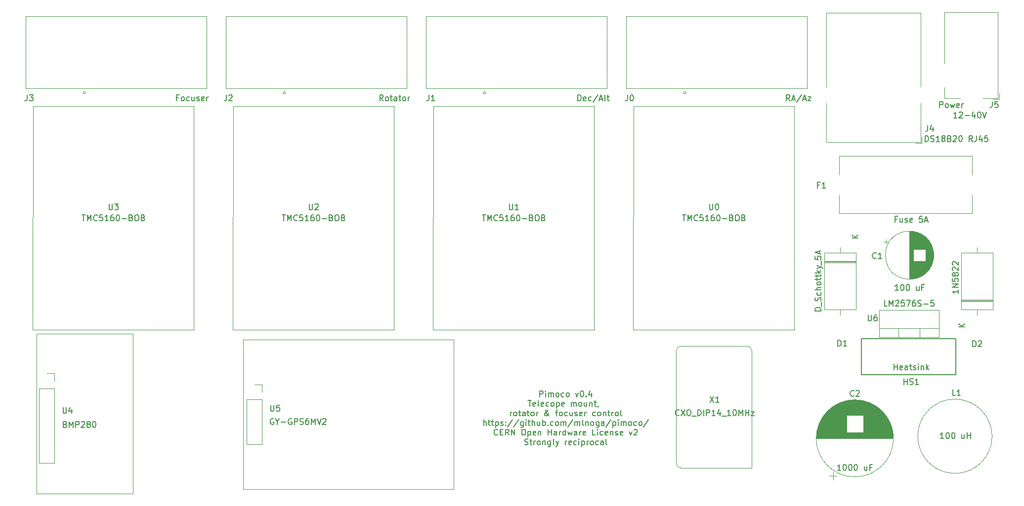
<source format=gto>
%TF.GenerationSoftware,KiCad,Pcbnew,(5.1.10)-1*%
%TF.CreationDate,2021-05-31T17:59:24+02:00*%
%TF.ProjectId,pimoco,70696d6f-636f-42e6-9b69-6361645f7063,rev?*%
%TF.SameCoordinates,Original*%
%TF.FileFunction,Legend,Top*%
%TF.FilePolarity,Positive*%
%FSLAX46Y46*%
G04 Gerber Fmt 4.6, Leading zero omitted, Abs format (unit mm)*
G04 Created by KiCad (PCBNEW (5.1.10)-1) date 2021-05-31 17:59:24*
%MOMM*%
%LPD*%
G01*
G04 APERTURE LIST*
%ADD10C,0.150000*%
%ADD11C,0.120000*%
G04 APERTURE END LIST*
D10*
X225137642Y-78684380D02*
X224566214Y-78684380D01*
X224851928Y-78684380D02*
X224851928Y-77684380D01*
X224756690Y-77827238D01*
X224661452Y-77922476D01*
X224566214Y-77970095D01*
X225518595Y-77779619D02*
X225566214Y-77732000D01*
X225661452Y-77684380D01*
X225899547Y-77684380D01*
X225994785Y-77732000D01*
X226042404Y-77779619D01*
X226090023Y-77874857D01*
X226090023Y-77970095D01*
X226042404Y-78112952D01*
X225470976Y-78684380D01*
X226090023Y-78684380D01*
X226518595Y-78303428D02*
X227280500Y-78303428D01*
X228185261Y-78017714D02*
X228185261Y-78684380D01*
X227947166Y-77636761D02*
X227709071Y-78351047D01*
X228328119Y-78351047D01*
X228899547Y-77684380D02*
X228994785Y-77684380D01*
X229090023Y-77732000D01*
X229137642Y-77779619D01*
X229185261Y-77874857D01*
X229232880Y-78065333D01*
X229232880Y-78303428D01*
X229185261Y-78493904D01*
X229137642Y-78589142D01*
X229090023Y-78636761D01*
X228994785Y-78684380D01*
X228899547Y-78684380D01*
X228804309Y-78636761D01*
X228756690Y-78589142D01*
X228709071Y-78493904D01*
X228661452Y-78303428D01*
X228661452Y-78065333D01*
X228709071Y-77874857D01*
X228756690Y-77779619D01*
X228804309Y-77732000D01*
X228899547Y-77684380D01*
X229518595Y-77684380D02*
X229851928Y-78684380D01*
X230185261Y-77684380D01*
X153662619Y-126502380D02*
X153662619Y-125502380D01*
X154043571Y-125502380D01*
X154138809Y-125550000D01*
X154186428Y-125597619D01*
X154234047Y-125692857D01*
X154234047Y-125835714D01*
X154186428Y-125930952D01*
X154138809Y-125978571D01*
X154043571Y-126026190D01*
X153662619Y-126026190D01*
X154662619Y-126502380D02*
X154662619Y-125835714D01*
X154662619Y-125502380D02*
X154615000Y-125550000D01*
X154662619Y-125597619D01*
X154710238Y-125550000D01*
X154662619Y-125502380D01*
X154662619Y-125597619D01*
X155138809Y-126502380D02*
X155138809Y-125835714D01*
X155138809Y-125930952D02*
X155186428Y-125883333D01*
X155281666Y-125835714D01*
X155424523Y-125835714D01*
X155519761Y-125883333D01*
X155567380Y-125978571D01*
X155567380Y-126502380D01*
X155567380Y-125978571D02*
X155615000Y-125883333D01*
X155710238Y-125835714D01*
X155853095Y-125835714D01*
X155948333Y-125883333D01*
X155995952Y-125978571D01*
X155995952Y-126502380D01*
X156615000Y-126502380D02*
X156519761Y-126454761D01*
X156472142Y-126407142D01*
X156424523Y-126311904D01*
X156424523Y-126026190D01*
X156472142Y-125930952D01*
X156519761Y-125883333D01*
X156615000Y-125835714D01*
X156757857Y-125835714D01*
X156853095Y-125883333D01*
X156900714Y-125930952D01*
X156948333Y-126026190D01*
X156948333Y-126311904D01*
X156900714Y-126407142D01*
X156853095Y-126454761D01*
X156757857Y-126502380D01*
X156615000Y-126502380D01*
X157805476Y-126454761D02*
X157710238Y-126502380D01*
X157519761Y-126502380D01*
X157424523Y-126454761D01*
X157376904Y-126407142D01*
X157329285Y-126311904D01*
X157329285Y-126026190D01*
X157376904Y-125930952D01*
X157424523Y-125883333D01*
X157519761Y-125835714D01*
X157710238Y-125835714D01*
X157805476Y-125883333D01*
X158376904Y-126502380D02*
X158281666Y-126454761D01*
X158234047Y-126407142D01*
X158186428Y-126311904D01*
X158186428Y-126026190D01*
X158234047Y-125930952D01*
X158281666Y-125883333D01*
X158376904Y-125835714D01*
X158519761Y-125835714D01*
X158615000Y-125883333D01*
X158662619Y-125930952D01*
X158710238Y-126026190D01*
X158710238Y-126311904D01*
X158662619Y-126407142D01*
X158615000Y-126454761D01*
X158519761Y-126502380D01*
X158376904Y-126502380D01*
X159805476Y-125835714D02*
X160043571Y-126502380D01*
X160281666Y-125835714D01*
X160853095Y-125502380D02*
X160948333Y-125502380D01*
X161043571Y-125550000D01*
X161091190Y-125597619D01*
X161138809Y-125692857D01*
X161186428Y-125883333D01*
X161186428Y-126121428D01*
X161138809Y-126311904D01*
X161091190Y-126407142D01*
X161043571Y-126454761D01*
X160948333Y-126502380D01*
X160853095Y-126502380D01*
X160757857Y-126454761D01*
X160710238Y-126407142D01*
X160662619Y-126311904D01*
X160615000Y-126121428D01*
X160615000Y-125883333D01*
X160662619Y-125692857D01*
X160710238Y-125597619D01*
X160757857Y-125550000D01*
X160853095Y-125502380D01*
X161615000Y-126407142D02*
X161662619Y-126454761D01*
X161615000Y-126502380D01*
X161567380Y-126454761D01*
X161615000Y-126407142D01*
X161615000Y-126502380D01*
X162519761Y-125835714D02*
X162519761Y-126502380D01*
X162281666Y-125454761D02*
X162043571Y-126169047D01*
X162662619Y-126169047D01*
X151638809Y-127152380D02*
X152210238Y-127152380D01*
X151924523Y-128152380D02*
X151924523Y-127152380D01*
X152924523Y-128104761D02*
X152829285Y-128152380D01*
X152638809Y-128152380D01*
X152543571Y-128104761D01*
X152495952Y-128009523D01*
X152495952Y-127628571D01*
X152543571Y-127533333D01*
X152638809Y-127485714D01*
X152829285Y-127485714D01*
X152924523Y-127533333D01*
X152972142Y-127628571D01*
X152972142Y-127723809D01*
X152495952Y-127819047D01*
X153543571Y-128152380D02*
X153448333Y-128104761D01*
X153400714Y-128009523D01*
X153400714Y-127152380D01*
X154305476Y-128104761D02*
X154210238Y-128152380D01*
X154019761Y-128152380D01*
X153924523Y-128104761D01*
X153876904Y-128009523D01*
X153876904Y-127628571D01*
X153924523Y-127533333D01*
X154019761Y-127485714D01*
X154210238Y-127485714D01*
X154305476Y-127533333D01*
X154353095Y-127628571D01*
X154353095Y-127723809D01*
X153876904Y-127819047D01*
X155210238Y-128104761D02*
X155115000Y-128152380D01*
X154924523Y-128152380D01*
X154829285Y-128104761D01*
X154781666Y-128057142D01*
X154734047Y-127961904D01*
X154734047Y-127676190D01*
X154781666Y-127580952D01*
X154829285Y-127533333D01*
X154924523Y-127485714D01*
X155115000Y-127485714D01*
X155210238Y-127533333D01*
X155781666Y-128152380D02*
X155686428Y-128104761D01*
X155638809Y-128057142D01*
X155591190Y-127961904D01*
X155591190Y-127676190D01*
X155638809Y-127580952D01*
X155686428Y-127533333D01*
X155781666Y-127485714D01*
X155924523Y-127485714D01*
X156019761Y-127533333D01*
X156067380Y-127580952D01*
X156115000Y-127676190D01*
X156115000Y-127961904D01*
X156067380Y-128057142D01*
X156019761Y-128104761D01*
X155924523Y-128152380D01*
X155781666Y-128152380D01*
X156543571Y-127485714D02*
X156543571Y-128485714D01*
X156543571Y-127533333D02*
X156638809Y-127485714D01*
X156829285Y-127485714D01*
X156924523Y-127533333D01*
X156972142Y-127580952D01*
X157019761Y-127676190D01*
X157019761Y-127961904D01*
X156972142Y-128057142D01*
X156924523Y-128104761D01*
X156829285Y-128152380D01*
X156638809Y-128152380D01*
X156543571Y-128104761D01*
X157829285Y-128104761D02*
X157734047Y-128152380D01*
X157543571Y-128152380D01*
X157448333Y-128104761D01*
X157400714Y-128009523D01*
X157400714Y-127628571D01*
X157448333Y-127533333D01*
X157543571Y-127485714D01*
X157734047Y-127485714D01*
X157829285Y-127533333D01*
X157876904Y-127628571D01*
X157876904Y-127723809D01*
X157400714Y-127819047D01*
X159067380Y-128152380D02*
X159067380Y-127485714D01*
X159067380Y-127580952D02*
X159115000Y-127533333D01*
X159210238Y-127485714D01*
X159353095Y-127485714D01*
X159448333Y-127533333D01*
X159495952Y-127628571D01*
X159495952Y-128152380D01*
X159495952Y-127628571D02*
X159543571Y-127533333D01*
X159638809Y-127485714D01*
X159781666Y-127485714D01*
X159876904Y-127533333D01*
X159924523Y-127628571D01*
X159924523Y-128152380D01*
X160543571Y-128152380D02*
X160448333Y-128104761D01*
X160400714Y-128057142D01*
X160353095Y-127961904D01*
X160353095Y-127676190D01*
X160400714Y-127580952D01*
X160448333Y-127533333D01*
X160543571Y-127485714D01*
X160686428Y-127485714D01*
X160781666Y-127533333D01*
X160829285Y-127580952D01*
X160876904Y-127676190D01*
X160876904Y-127961904D01*
X160829285Y-128057142D01*
X160781666Y-128104761D01*
X160686428Y-128152380D01*
X160543571Y-128152380D01*
X161734047Y-127485714D02*
X161734047Y-128152380D01*
X161305476Y-127485714D02*
X161305476Y-128009523D01*
X161353095Y-128104761D01*
X161448333Y-128152380D01*
X161591190Y-128152380D01*
X161686428Y-128104761D01*
X161734047Y-128057142D01*
X162210238Y-127485714D02*
X162210238Y-128152380D01*
X162210238Y-127580952D02*
X162257857Y-127533333D01*
X162353095Y-127485714D01*
X162495952Y-127485714D01*
X162591190Y-127533333D01*
X162638809Y-127628571D01*
X162638809Y-128152380D01*
X162972142Y-127485714D02*
X163353095Y-127485714D01*
X163115000Y-127152380D02*
X163115000Y-128009523D01*
X163162619Y-128104761D01*
X163257857Y-128152380D01*
X163353095Y-128152380D01*
X163734047Y-128104761D02*
X163734047Y-128152380D01*
X163686428Y-128247619D01*
X163638809Y-128295238D01*
X148638809Y-129802380D02*
X148638809Y-129135714D01*
X148638809Y-129326190D02*
X148686428Y-129230952D01*
X148734047Y-129183333D01*
X148829285Y-129135714D01*
X148924523Y-129135714D01*
X149400714Y-129802380D02*
X149305476Y-129754761D01*
X149257857Y-129707142D01*
X149210238Y-129611904D01*
X149210238Y-129326190D01*
X149257857Y-129230952D01*
X149305476Y-129183333D01*
X149400714Y-129135714D01*
X149543571Y-129135714D01*
X149638809Y-129183333D01*
X149686428Y-129230952D01*
X149734047Y-129326190D01*
X149734047Y-129611904D01*
X149686428Y-129707142D01*
X149638809Y-129754761D01*
X149543571Y-129802380D01*
X149400714Y-129802380D01*
X150019761Y-129135714D02*
X150400714Y-129135714D01*
X150162619Y-128802380D02*
X150162619Y-129659523D01*
X150210238Y-129754761D01*
X150305476Y-129802380D01*
X150400714Y-129802380D01*
X151162619Y-129802380D02*
X151162619Y-129278571D01*
X151114999Y-129183333D01*
X151019761Y-129135714D01*
X150829285Y-129135714D01*
X150734047Y-129183333D01*
X151162619Y-129754761D02*
X151067380Y-129802380D01*
X150829285Y-129802380D01*
X150734047Y-129754761D01*
X150686428Y-129659523D01*
X150686428Y-129564285D01*
X150734047Y-129469047D01*
X150829285Y-129421428D01*
X151067380Y-129421428D01*
X151162619Y-129373809D01*
X151495952Y-129135714D02*
X151876904Y-129135714D01*
X151638809Y-128802380D02*
X151638809Y-129659523D01*
X151686428Y-129754761D01*
X151781666Y-129802380D01*
X151876904Y-129802380D01*
X152353095Y-129802380D02*
X152257857Y-129754761D01*
X152210238Y-129707142D01*
X152162619Y-129611904D01*
X152162619Y-129326190D01*
X152210238Y-129230952D01*
X152257857Y-129183333D01*
X152353095Y-129135714D01*
X152495952Y-129135714D01*
X152591190Y-129183333D01*
X152638809Y-129230952D01*
X152686428Y-129326190D01*
X152686428Y-129611904D01*
X152638809Y-129707142D01*
X152591190Y-129754761D01*
X152495952Y-129802380D01*
X152353095Y-129802380D01*
X153114999Y-129802380D02*
X153114999Y-129135714D01*
X153114999Y-129326190D02*
X153162619Y-129230952D01*
X153210238Y-129183333D01*
X153305476Y-129135714D01*
X153400714Y-129135714D01*
X155305476Y-129802380D02*
X155257857Y-129802380D01*
X155162619Y-129754761D01*
X155019761Y-129611904D01*
X154781666Y-129326190D01*
X154686428Y-129183333D01*
X154638809Y-129040476D01*
X154638809Y-128945238D01*
X154686428Y-128850000D01*
X154781666Y-128802380D01*
X154829285Y-128802380D01*
X154924523Y-128850000D01*
X154972142Y-128945238D01*
X154972142Y-128992857D01*
X154924523Y-129088095D01*
X154876904Y-129135714D01*
X154591190Y-129326190D01*
X154543571Y-129373809D01*
X154495952Y-129469047D01*
X154495952Y-129611904D01*
X154543571Y-129707142D01*
X154591190Y-129754761D01*
X154686428Y-129802380D01*
X154829285Y-129802380D01*
X154924523Y-129754761D01*
X154972142Y-129707142D01*
X155114999Y-129516666D01*
X155162619Y-129373809D01*
X155162619Y-129278571D01*
X156353095Y-129135714D02*
X156734047Y-129135714D01*
X156495952Y-129802380D02*
X156495952Y-128945238D01*
X156543571Y-128850000D01*
X156638809Y-128802380D01*
X156734047Y-128802380D01*
X157210238Y-129802380D02*
X157114999Y-129754761D01*
X157067380Y-129707142D01*
X157019761Y-129611904D01*
X157019761Y-129326190D01*
X157067380Y-129230952D01*
X157114999Y-129183333D01*
X157210238Y-129135714D01*
X157353095Y-129135714D01*
X157448333Y-129183333D01*
X157495952Y-129230952D01*
X157543571Y-129326190D01*
X157543571Y-129611904D01*
X157495952Y-129707142D01*
X157448333Y-129754761D01*
X157353095Y-129802380D01*
X157210238Y-129802380D01*
X158400714Y-129754761D02*
X158305476Y-129802380D01*
X158114999Y-129802380D01*
X158019761Y-129754761D01*
X157972142Y-129707142D01*
X157924523Y-129611904D01*
X157924523Y-129326190D01*
X157972142Y-129230952D01*
X158019761Y-129183333D01*
X158114999Y-129135714D01*
X158305476Y-129135714D01*
X158400714Y-129183333D01*
X159257857Y-129135714D02*
X159257857Y-129802380D01*
X158829285Y-129135714D02*
X158829285Y-129659523D01*
X158876904Y-129754761D01*
X158972142Y-129802380D01*
X159114999Y-129802380D01*
X159210238Y-129754761D01*
X159257857Y-129707142D01*
X159686428Y-129754761D02*
X159781666Y-129802380D01*
X159972142Y-129802380D01*
X160067380Y-129754761D01*
X160114999Y-129659523D01*
X160114999Y-129611904D01*
X160067380Y-129516666D01*
X159972142Y-129469047D01*
X159829285Y-129469047D01*
X159734047Y-129421428D01*
X159686428Y-129326190D01*
X159686428Y-129278571D01*
X159734047Y-129183333D01*
X159829285Y-129135714D01*
X159972142Y-129135714D01*
X160067380Y-129183333D01*
X160924523Y-129754761D02*
X160829285Y-129802380D01*
X160638809Y-129802380D01*
X160543571Y-129754761D01*
X160495952Y-129659523D01*
X160495952Y-129278571D01*
X160543571Y-129183333D01*
X160638809Y-129135714D01*
X160829285Y-129135714D01*
X160924523Y-129183333D01*
X160972142Y-129278571D01*
X160972142Y-129373809D01*
X160495952Y-129469047D01*
X161400714Y-129802380D02*
X161400714Y-129135714D01*
X161400714Y-129326190D02*
X161448333Y-129230952D01*
X161495952Y-129183333D01*
X161591190Y-129135714D01*
X161686428Y-129135714D01*
X163210238Y-129754761D02*
X163114999Y-129802380D01*
X162924523Y-129802380D01*
X162829285Y-129754761D01*
X162781666Y-129707142D01*
X162734047Y-129611904D01*
X162734047Y-129326190D01*
X162781666Y-129230952D01*
X162829285Y-129183333D01*
X162924523Y-129135714D01*
X163114999Y-129135714D01*
X163210238Y-129183333D01*
X163781666Y-129802380D02*
X163686428Y-129754761D01*
X163638809Y-129707142D01*
X163591190Y-129611904D01*
X163591190Y-129326190D01*
X163638809Y-129230952D01*
X163686428Y-129183333D01*
X163781666Y-129135714D01*
X163924523Y-129135714D01*
X164019761Y-129183333D01*
X164067380Y-129230952D01*
X164114999Y-129326190D01*
X164114999Y-129611904D01*
X164067380Y-129707142D01*
X164019761Y-129754761D01*
X163924523Y-129802380D01*
X163781666Y-129802380D01*
X164543571Y-129135714D02*
X164543571Y-129802380D01*
X164543571Y-129230952D02*
X164591190Y-129183333D01*
X164686428Y-129135714D01*
X164829285Y-129135714D01*
X164924523Y-129183333D01*
X164972142Y-129278571D01*
X164972142Y-129802380D01*
X165305476Y-129135714D02*
X165686428Y-129135714D01*
X165448333Y-128802380D02*
X165448333Y-129659523D01*
X165495952Y-129754761D01*
X165591190Y-129802380D01*
X165686428Y-129802380D01*
X166019761Y-129802380D02*
X166019761Y-129135714D01*
X166019761Y-129326190D02*
X166067380Y-129230952D01*
X166114999Y-129183333D01*
X166210238Y-129135714D01*
X166305476Y-129135714D01*
X166781666Y-129802380D02*
X166686428Y-129754761D01*
X166638809Y-129707142D01*
X166591190Y-129611904D01*
X166591190Y-129326190D01*
X166638809Y-129230952D01*
X166686428Y-129183333D01*
X166781666Y-129135714D01*
X166924523Y-129135714D01*
X167019761Y-129183333D01*
X167067380Y-129230952D01*
X167114999Y-129326190D01*
X167114999Y-129611904D01*
X167067380Y-129707142D01*
X167019761Y-129754761D01*
X166924523Y-129802380D01*
X166781666Y-129802380D01*
X167686428Y-129802380D02*
X167591190Y-129754761D01*
X167543571Y-129659523D01*
X167543571Y-128802380D01*
X144067380Y-131452380D02*
X144067380Y-130452380D01*
X144495952Y-131452380D02*
X144495952Y-130928571D01*
X144448333Y-130833333D01*
X144353095Y-130785714D01*
X144210238Y-130785714D01*
X144115000Y-130833333D01*
X144067380Y-130880952D01*
X144829285Y-130785714D02*
X145210238Y-130785714D01*
X144972142Y-130452380D02*
X144972142Y-131309523D01*
X145019761Y-131404761D01*
X145115000Y-131452380D01*
X145210238Y-131452380D01*
X145400714Y-130785714D02*
X145781666Y-130785714D01*
X145543571Y-130452380D02*
X145543571Y-131309523D01*
X145591190Y-131404761D01*
X145686428Y-131452380D01*
X145781666Y-131452380D01*
X146115000Y-130785714D02*
X146115000Y-131785714D01*
X146115000Y-130833333D02*
X146210238Y-130785714D01*
X146400714Y-130785714D01*
X146495952Y-130833333D01*
X146543571Y-130880952D01*
X146591190Y-130976190D01*
X146591190Y-131261904D01*
X146543571Y-131357142D01*
X146495952Y-131404761D01*
X146400714Y-131452380D01*
X146210238Y-131452380D01*
X146115000Y-131404761D01*
X146972142Y-131404761D02*
X147067380Y-131452380D01*
X147257857Y-131452380D01*
X147353095Y-131404761D01*
X147400714Y-131309523D01*
X147400714Y-131261904D01*
X147353095Y-131166666D01*
X147257857Y-131119047D01*
X147115000Y-131119047D01*
X147019761Y-131071428D01*
X146972142Y-130976190D01*
X146972142Y-130928571D01*
X147019761Y-130833333D01*
X147115000Y-130785714D01*
X147257857Y-130785714D01*
X147353095Y-130833333D01*
X147829285Y-131357142D02*
X147876904Y-131404761D01*
X147829285Y-131452380D01*
X147781666Y-131404761D01*
X147829285Y-131357142D01*
X147829285Y-131452380D01*
X147829285Y-130833333D02*
X147876904Y-130880952D01*
X147829285Y-130928571D01*
X147781666Y-130880952D01*
X147829285Y-130833333D01*
X147829285Y-130928571D01*
X149019761Y-130404761D02*
X148162619Y-131690476D01*
X150067380Y-130404761D02*
X149210238Y-131690476D01*
X150829285Y-130785714D02*
X150829285Y-131595238D01*
X150781666Y-131690476D01*
X150734047Y-131738095D01*
X150638809Y-131785714D01*
X150495952Y-131785714D01*
X150400714Y-131738095D01*
X150829285Y-131404761D02*
X150734047Y-131452380D01*
X150543571Y-131452380D01*
X150448333Y-131404761D01*
X150400714Y-131357142D01*
X150353095Y-131261904D01*
X150353095Y-130976190D01*
X150400714Y-130880952D01*
X150448333Y-130833333D01*
X150543571Y-130785714D01*
X150734047Y-130785714D01*
X150829285Y-130833333D01*
X151305476Y-131452380D02*
X151305476Y-130785714D01*
X151305476Y-130452380D02*
X151257857Y-130500000D01*
X151305476Y-130547619D01*
X151353095Y-130500000D01*
X151305476Y-130452380D01*
X151305476Y-130547619D01*
X151638809Y-130785714D02*
X152019761Y-130785714D01*
X151781666Y-130452380D02*
X151781666Y-131309523D01*
X151829285Y-131404761D01*
X151924523Y-131452380D01*
X152019761Y-131452380D01*
X152353095Y-131452380D02*
X152353095Y-130452380D01*
X152781666Y-131452380D02*
X152781666Y-130928571D01*
X152734047Y-130833333D01*
X152638809Y-130785714D01*
X152495952Y-130785714D01*
X152400714Y-130833333D01*
X152353095Y-130880952D01*
X153686428Y-130785714D02*
X153686428Y-131452380D01*
X153257857Y-130785714D02*
X153257857Y-131309523D01*
X153305476Y-131404761D01*
X153400714Y-131452380D01*
X153543571Y-131452380D01*
X153638809Y-131404761D01*
X153686428Y-131357142D01*
X154162619Y-131452380D02*
X154162619Y-130452380D01*
X154162619Y-130833333D02*
X154257857Y-130785714D01*
X154448333Y-130785714D01*
X154543571Y-130833333D01*
X154591190Y-130880952D01*
X154638809Y-130976190D01*
X154638809Y-131261904D01*
X154591190Y-131357142D01*
X154543571Y-131404761D01*
X154448333Y-131452380D01*
X154257857Y-131452380D01*
X154162619Y-131404761D01*
X155067380Y-131357142D02*
X155115000Y-131404761D01*
X155067380Y-131452380D01*
X155019761Y-131404761D01*
X155067380Y-131357142D01*
X155067380Y-131452380D01*
X155972142Y-131404761D02*
X155876904Y-131452380D01*
X155686428Y-131452380D01*
X155591190Y-131404761D01*
X155543571Y-131357142D01*
X155495952Y-131261904D01*
X155495952Y-130976190D01*
X155543571Y-130880952D01*
X155591190Y-130833333D01*
X155686428Y-130785714D01*
X155876904Y-130785714D01*
X155972142Y-130833333D01*
X156543571Y-131452380D02*
X156448333Y-131404761D01*
X156400714Y-131357142D01*
X156353095Y-131261904D01*
X156353095Y-130976190D01*
X156400714Y-130880952D01*
X156448333Y-130833333D01*
X156543571Y-130785714D01*
X156686428Y-130785714D01*
X156781666Y-130833333D01*
X156829285Y-130880952D01*
X156876904Y-130976190D01*
X156876904Y-131261904D01*
X156829285Y-131357142D01*
X156781666Y-131404761D01*
X156686428Y-131452380D01*
X156543571Y-131452380D01*
X157305476Y-131452380D02*
X157305476Y-130785714D01*
X157305476Y-130880952D02*
X157353095Y-130833333D01*
X157448333Y-130785714D01*
X157591190Y-130785714D01*
X157686428Y-130833333D01*
X157734047Y-130928571D01*
X157734047Y-131452380D01*
X157734047Y-130928571D02*
X157781666Y-130833333D01*
X157876904Y-130785714D01*
X158019761Y-130785714D01*
X158115000Y-130833333D01*
X158162619Y-130928571D01*
X158162619Y-131452380D01*
X159353095Y-130404761D02*
X158495952Y-131690476D01*
X159686428Y-131452380D02*
X159686428Y-130785714D01*
X159686428Y-130880952D02*
X159734047Y-130833333D01*
X159829285Y-130785714D01*
X159972142Y-130785714D01*
X160067380Y-130833333D01*
X160115000Y-130928571D01*
X160115000Y-131452380D01*
X160115000Y-130928571D02*
X160162619Y-130833333D01*
X160257857Y-130785714D01*
X160400714Y-130785714D01*
X160495952Y-130833333D01*
X160543571Y-130928571D01*
X160543571Y-131452380D01*
X161162619Y-131452380D02*
X161067380Y-131404761D01*
X161019761Y-131309523D01*
X161019761Y-130452380D01*
X161543571Y-130785714D02*
X161543571Y-131452380D01*
X161543571Y-130880952D02*
X161591190Y-130833333D01*
X161686428Y-130785714D01*
X161829285Y-130785714D01*
X161924523Y-130833333D01*
X161972142Y-130928571D01*
X161972142Y-131452380D01*
X162591190Y-131452380D02*
X162495952Y-131404761D01*
X162448333Y-131357142D01*
X162400714Y-131261904D01*
X162400714Y-130976190D01*
X162448333Y-130880952D01*
X162495952Y-130833333D01*
X162591190Y-130785714D01*
X162734047Y-130785714D01*
X162829285Y-130833333D01*
X162876904Y-130880952D01*
X162924523Y-130976190D01*
X162924523Y-131261904D01*
X162876904Y-131357142D01*
X162829285Y-131404761D01*
X162734047Y-131452380D01*
X162591190Y-131452380D01*
X163781666Y-130785714D02*
X163781666Y-131595238D01*
X163734047Y-131690476D01*
X163686428Y-131738095D01*
X163591190Y-131785714D01*
X163448333Y-131785714D01*
X163353095Y-131738095D01*
X163781666Y-131404761D02*
X163686428Y-131452380D01*
X163495952Y-131452380D01*
X163400714Y-131404761D01*
X163353095Y-131357142D01*
X163305476Y-131261904D01*
X163305476Y-130976190D01*
X163353095Y-130880952D01*
X163400714Y-130833333D01*
X163495952Y-130785714D01*
X163686428Y-130785714D01*
X163781666Y-130833333D01*
X164686428Y-131452380D02*
X164686428Y-130928571D01*
X164638809Y-130833333D01*
X164543571Y-130785714D01*
X164353095Y-130785714D01*
X164257857Y-130833333D01*
X164686428Y-131404761D02*
X164591190Y-131452380D01*
X164353095Y-131452380D01*
X164257857Y-131404761D01*
X164210238Y-131309523D01*
X164210238Y-131214285D01*
X164257857Y-131119047D01*
X164353095Y-131071428D01*
X164591190Y-131071428D01*
X164686428Y-131023809D01*
X165876904Y-130404761D02*
X165019761Y-131690476D01*
X166210238Y-130785714D02*
X166210238Y-131785714D01*
X166210238Y-130833333D02*
X166305476Y-130785714D01*
X166495952Y-130785714D01*
X166591190Y-130833333D01*
X166638809Y-130880952D01*
X166686428Y-130976190D01*
X166686428Y-131261904D01*
X166638809Y-131357142D01*
X166591190Y-131404761D01*
X166495952Y-131452380D01*
X166305476Y-131452380D01*
X166210238Y-131404761D01*
X167114999Y-131452380D02*
X167114999Y-130785714D01*
X167114999Y-130452380D02*
X167067380Y-130500000D01*
X167114999Y-130547619D01*
X167162619Y-130500000D01*
X167114999Y-130452380D01*
X167114999Y-130547619D01*
X167591190Y-131452380D02*
X167591190Y-130785714D01*
X167591190Y-130880952D02*
X167638809Y-130833333D01*
X167734047Y-130785714D01*
X167876904Y-130785714D01*
X167972142Y-130833333D01*
X168019761Y-130928571D01*
X168019761Y-131452380D01*
X168019761Y-130928571D02*
X168067380Y-130833333D01*
X168162619Y-130785714D01*
X168305476Y-130785714D01*
X168400714Y-130833333D01*
X168448333Y-130928571D01*
X168448333Y-131452380D01*
X169067380Y-131452380D02*
X168972142Y-131404761D01*
X168924523Y-131357142D01*
X168876904Y-131261904D01*
X168876904Y-130976190D01*
X168924523Y-130880952D01*
X168972142Y-130833333D01*
X169067380Y-130785714D01*
X169210238Y-130785714D01*
X169305476Y-130833333D01*
X169353095Y-130880952D01*
X169400714Y-130976190D01*
X169400714Y-131261904D01*
X169353095Y-131357142D01*
X169305476Y-131404761D01*
X169210238Y-131452380D01*
X169067380Y-131452380D01*
X170257857Y-131404761D02*
X170162619Y-131452380D01*
X169972142Y-131452380D01*
X169876904Y-131404761D01*
X169829285Y-131357142D01*
X169781666Y-131261904D01*
X169781666Y-130976190D01*
X169829285Y-130880952D01*
X169876904Y-130833333D01*
X169972142Y-130785714D01*
X170162619Y-130785714D01*
X170257857Y-130833333D01*
X170829285Y-131452380D02*
X170734047Y-131404761D01*
X170686428Y-131357142D01*
X170638809Y-131261904D01*
X170638809Y-130976190D01*
X170686428Y-130880952D01*
X170734047Y-130833333D01*
X170829285Y-130785714D01*
X170972142Y-130785714D01*
X171067380Y-130833333D01*
X171114999Y-130880952D01*
X171162619Y-130976190D01*
X171162619Y-131261904D01*
X171114999Y-131357142D01*
X171067380Y-131404761D01*
X170972142Y-131452380D01*
X170829285Y-131452380D01*
X172305476Y-130404761D02*
X171448333Y-131690476D01*
X146472142Y-133007142D02*
X146424523Y-133054761D01*
X146281666Y-133102380D01*
X146186428Y-133102380D01*
X146043571Y-133054761D01*
X145948333Y-132959523D01*
X145900714Y-132864285D01*
X145853095Y-132673809D01*
X145853095Y-132530952D01*
X145900714Y-132340476D01*
X145948333Y-132245238D01*
X146043571Y-132150000D01*
X146186428Y-132102380D01*
X146281666Y-132102380D01*
X146424523Y-132150000D01*
X146472142Y-132197619D01*
X146900714Y-132578571D02*
X147234047Y-132578571D01*
X147376904Y-133102380D02*
X146900714Y-133102380D01*
X146900714Y-132102380D01*
X147376904Y-132102380D01*
X148376904Y-133102380D02*
X148043571Y-132626190D01*
X147805476Y-133102380D02*
X147805476Y-132102380D01*
X148186428Y-132102380D01*
X148281666Y-132150000D01*
X148329285Y-132197619D01*
X148376904Y-132292857D01*
X148376904Y-132435714D01*
X148329285Y-132530952D01*
X148281666Y-132578571D01*
X148186428Y-132626190D01*
X147805476Y-132626190D01*
X148805476Y-133102380D02*
X148805476Y-132102380D01*
X149376904Y-133102380D01*
X149376904Y-132102380D01*
X150805476Y-132102380D02*
X150995952Y-132102380D01*
X151091190Y-132150000D01*
X151186428Y-132245238D01*
X151234047Y-132435714D01*
X151234047Y-132769047D01*
X151186428Y-132959523D01*
X151091190Y-133054761D01*
X150995952Y-133102380D01*
X150805476Y-133102380D01*
X150710238Y-133054761D01*
X150615000Y-132959523D01*
X150567380Y-132769047D01*
X150567380Y-132435714D01*
X150615000Y-132245238D01*
X150710238Y-132150000D01*
X150805476Y-132102380D01*
X151662619Y-132435714D02*
X151662619Y-133435714D01*
X151662619Y-132483333D02*
X151757857Y-132435714D01*
X151948333Y-132435714D01*
X152043571Y-132483333D01*
X152091190Y-132530952D01*
X152138809Y-132626190D01*
X152138809Y-132911904D01*
X152091190Y-133007142D01*
X152043571Y-133054761D01*
X151948333Y-133102380D01*
X151757857Y-133102380D01*
X151662619Y-133054761D01*
X152948333Y-133054761D02*
X152853095Y-133102380D01*
X152662619Y-133102380D01*
X152567380Y-133054761D01*
X152519761Y-132959523D01*
X152519761Y-132578571D01*
X152567380Y-132483333D01*
X152662619Y-132435714D01*
X152853095Y-132435714D01*
X152948333Y-132483333D01*
X152995952Y-132578571D01*
X152995952Y-132673809D01*
X152519761Y-132769047D01*
X153424523Y-132435714D02*
X153424523Y-133102380D01*
X153424523Y-132530952D02*
X153472142Y-132483333D01*
X153567380Y-132435714D01*
X153710238Y-132435714D01*
X153805476Y-132483333D01*
X153853095Y-132578571D01*
X153853095Y-133102380D01*
X155091190Y-133102380D02*
X155091190Y-132102380D01*
X155091190Y-132578571D02*
X155662619Y-132578571D01*
X155662619Y-133102380D02*
X155662619Y-132102380D01*
X156567380Y-133102380D02*
X156567380Y-132578571D01*
X156519761Y-132483333D01*
X156424523Y-132435714D01*
X156234047Y-132435714D01*
X156138809Y-132483333D01*
X156567380Y-133054761D02*
X156472142Y-133102380D01*
X156234047Y-133102380D01*
X156138809Y-133054761D01*
X156091190Y-132959523D01*
X156091190Y-132864285D01*
X156138809Y-132769047D01*
X156234047Y-132721428D01*
X156472142Y-132721428D01*
X156567380Y-132673809D01*
X157043571Y-133102380D02*
X157043571Y-132435714D01*
X157043571Y-132626190D02*
X157091190Y-132530952D01*
X157138809Y-132483333D01*
X157234047Y-132435714D01*
X157329285Y-132435714D01*
X158091190Y-133102380D02*
X158091190Y-132102380D01*
X158091190Y-133054761D02*
X157995952Y-133102380D01*
X157805476Y-133102380D01*
X157710238Y-133054761D01*
X157662619Y-133007142D01*
X157615000Y-132911904D01*
X157615000Y-132626190D01*
X157662619Y-132530952D01*
X157710238Y-132483333D01*
X157805476Y-132435714D01*
X157995952Y-132435714D01*
X158091190Y-132483333D01*
X158472142Y-132435714D02*
X158662619Y-133102380D01*
X158853095Y-132626190D01*
X159043571Y-133102380D01*
X159234047Y-132435714D01*
X160043571Y-133102380D02*
X160043571Y-132578571D01*
X159995952Y-132483333D01*
X159900714Y-132435714D01*
X159710238Y-132435714D01*
X159615000Y-132483333D01*
X160043571Y-133054761D02*
X159948333Y-133102380D01*
X159710238Y-133102380D01*
X159615000Y-133054761D01*
X159567380Y-132959523D01*
X159567380Y-132864285D01*
X159615000Y-132769047D01*
X159710238Y-132721428D01*
X159948333Y-132721428D01*
X160043571Y-132673809D01*
X160519761Y-133102380D02*
X160519761Y-132435714D01*
X160519761Y-132626190D02*
X160567380Y-132530952D01*
X160615000Y-132483333D01*
X160710238Y-132435714D01*
X160805476Y-132435714D01*
X161519761Y-133054761D02*
X161424523Y-133102380D01*
X161234047Y-133102380D01*
X161138809Y-133054761D01*
X161091190Y-132959523D01*
X161091190Y-132578571D01*
X161138809Y-132483333D01*
X161234047Y-132435714D01*
X161424523Y-132435714D01*
X161519761Y-132483333D01*
X161567380Y-132578571D01*
X161567380Y-132673809D01*
X161091190Y-132769047D01*
X163234047Y-133102380D02*
X162757857Y-133102380D01*
X162757857Y-132102380D01*
X163567380Y-133102380D02*
X163567380Y-132435714D01*
X163567380Y-132102380D02*
X163519761Y-132150000D01*
X163567380Y-132197619D01*
X163615000Y-132150000D01*
X163567380Y-132102380D01*
X163567380Y-132197619D01*
X164472142Y-133054761D02*
X164376904Y-133102380D01*
X164186428Y-133102380D01*
X164091190Y-133054761D01*
X164043571Y-133007142D01*
X163995952Y-132911904D01*
X163995952Y-132626190D01*
X164043571Y-132530952D01*
X164091190Y-132483333D01*
X164186428Y-132435714D01*
X164376904Y-132435714D01*
X164472142Y-132483333D01*
X165281666Y-133054761D02*
X165186428Y-133102380D01*
X164995952Y-133102380D01*
X164900714Y-133054761D01*
X164853095Y-132959523D01*
X164853095Y-132578571D01*
X164900714Y-132483333D01*
X164995952Y-132435714D01*
X165186428Y-132435714D01*
X165281666Y-132483333D01*
X165329285Y-132578571D01*
X165329285Y-132673809D01*
X164853095Y-132769047D01*
X165757857Y-132435714D02*
X165757857Y-133102380D01*
X165757857Y-132530952D02*
X165805476Y-132483333D01*
X165900714Y-132435714D01*
X166043571Y-132435714D01*
X166138809Y-132483333D01*
X166186428Y-132578571D01*
X166186428Y-133102380D01*
X166615000Y-133054761D02*
X166710238Y-133102380D01*
X166900714Y-133102380D01*
X166995952Y-133054761D01*
X167043571Y-132959523D01*
X167043571Y-132911904D01*
X166995952Y-132816666D01*
X166900714Y-132769047D01*
X166757857Y-132769047D01*
X166662619Y-132721428D01*
X166615000Y-132626190D01*
X166615000Y-132578571D01*
X166662619Y-132483333D01*
X166757857Y-132435714D01*
X166900714Y-132435714D01*
X166995952Y-132483333D01*
X167853095Y-133054761D02*
X167757857Y-133102380D01*
X167567380Y-133102380D01*
X167472142Y-133054761D01*
X167424523Y-132959523D01*
X167424523Y-132578571D01*
X167472142Y-132483333D01*
X167567380Y-132435714D01*
X167757857Y-132435714D01*
X167853095Y-132483333D01*
X167900714Y-132578571D01*
X167900714Y-132673809D01*
X167424523Y-132769047D01*
X168995952Y-132435714D02*
X169234047Y-133102380D01*
X169472142Y-132435714D01*
X169805476Y-132197619D02*
X169853095Y-132150000D01*
X169948333Y-132102380D01*
X170186428Y-132102380D01*
X170281666Y-132150000D01*
X170329285Y-132197619D01*
X170376904Y-132292857D01*
X170376904Y-132388095D01*
X170329285Y-132530952D01*
X169757857Y-133102380D01*
X170376904Y-133102380D01*
X151091190Y-134704761D02*
X151234047Y-134752380D01*
X151472142Y-134752380D01*
X151567380Y-134704761D01*
X151615000Y-134657142D01*
X151662619Y-134561904D01*
X151662619Y-134466666D01*
X151615000Y-134371428D01*
X151567380Y-134323809D01*
X151472142Y-134276190D01*
X151281666Y-134228571D01*
X151186428Y-134180952D01*
X151138809Y-134133333D01*
X151091190Y-134038095D01*
X151091190Y-133942857D01*
X151138809Y-133847619D01*
X151186428Y-133800000D01*
X151281666Y-133752380D01*
X151519761Y-133752380D01*
X151662619Y-133800000D01*
X151948333Y-134085714D02*
X152329285Y-134085714D01*
X152091190Y-133752380D02*
X152091190Y-134609523D01*
X152138809Y-134704761D01*
X152234047Y-134752380D01*
X152329285Y-134752380D01*
X152662619Y-134752380D02*
X152662619Y-134085714D01*
X152662619Y-134276190D02*
X152710238Y-134180952D01*
X152757857Y-134133333D01*
X152853095Y-134085714D01*
X152948333Y-134085714D01*
X153424523Y-134752380D02*
X153329285Y-134704761D01*
X153281666Y-134657142D01*
X153234047Y-134561904D01*
X153234047Y-134276190D01*
X153281666Y-134180952D01*
X153329285Y-134133333D01*
X153424523Y-134085714D01*
X153567380Y-134085714D01*
X153662619Y-134133333D01*
X153710238Y-134180952D01*
X153757857Y-134276190D01*
X153757857Y-134561904D01*
X153710238Y-134657142D01*
X153662619Y-134704761D01*
X153567380Y-134752380D01*
X153424523Y-134752380D01*
X154186428Y-134085714D02*
X154186428Y-134752380D01*
X154186428Y-134180952D02*
X154234047Y-134133333D01*
X154329285Y-134085714D01*
X154472142Y-134085714D01*
X154567380Y-134133333D01*
X154615000Y-134228571D01*
X154615000Y-134752380D01*
X155519761Y-134085714D02*
X155519761Y-134895238D01*
X155472142Y-134990476D01*
X155424523Y-135038095D01*
X155329285Y-135085714D01*
X155186428Y-135085714D01*
X155091190Y-135038095D01*
X155519761Y-134704761D02*
X155424523Y-134752380D01*
X155234047Y-134752380D01*
X155138809Y-134704761D01*
X155091190Y-134657142D01*
X155043571Y-134561904D01*
X155043571Y-134276190D01*
X155091190Y-134180952D01*
X155138809Y-134133333D01*
X155234047Y-134085714D01*
X155424523Y-134085714D01*
X155519761Y-134133333D01*
X156138809Y-134752380D02*
X156043571Y-134704761D01*
X155995952Y-134609523D01*
X155995952Y-133752380D01*
X156424523Y-134085714D02*
X156662619Y-134752380D01*
X156900714Y-134085714D02*
X156662619Y-134752380D01*
X156567380Y-134990476D01*
X156519761Y-135038095D01*
X156424523Y-135085714D01*
X158043571Y-134752380D02*
X158043571Y-134085714D01*
X158043571Y-134276190D02*
X158091190Y-134180952D01*
X158138809Y-134133333D01*
X158234047Y-134085714D01*
X158329285Y-134085714D01*
X159043571Y-134704761D02*
X158948333Y-134752380D01*
X158757857Y-134752380D01*
X158662619Y-134704761D01*
X158615000Y-134609523D01*
X158615000Y-134228571D01*
X158662619Y-134133333D01*
X158757857Y-134085714D01*
X158948333Y-134085714D01*
X159043571Y-134133333D01*
X159091190Y-134228571D01*
X159091190Y-134323809D01*
X158615000Y-134419047D01*
X159948333Y-134704761D02*
X159853095Y-134752380D01*
X159662619Y-134752380D01*
X159567380Y-134704761D01*
X159519761Y-134657142D01*
X159472142Y-134561904D01*
X159472142Y-134276190D01*
X159519761Y-134180952D01*
X159567380Y-134133333D01*
X159662619Y-134085714D01*
X159853095Y-134085714D01*
X159948333Y-134133333D01*
X160376904Y-134752380D02*
X160376904Y-134085714D01*
X160376904Y-133752380D02*
X160329285Y-133800000D01*
X160376904Y-133847619D01*
X160424523Y-133800000D01*
X160376904Y-133752380D01*
X160376904Y-133847619D01*
X160853095Y-134085714D02*
X160853095Y-135085714D01*
X160853095Y-134133333D02*
X160948333Y-134085714D01*
X161138809Y-134085714D01*
X161234047Y-134133333D01*
X161281666Y-134180952D01*
X161329285Y-134276190D01*
X161329285Y-134561904D01*
X161281666Y-134657142D01*
X161234047Y-134704761D01*
X161138809Y-134752380D01*
X160948333Y-134752380D01*
X160853095Y-134704761D01*
X161757857Y-134752380D02*
X161757857Y-134085714D01*
X161757857Y-134276190D02*
X161805476Y-134180952D01*
X161853095Y-134133333D01*
X161948333Y-134085714D01*
X162043571Y-134085714D01*
X162519761Y-134752380D02*
X162424523Y-134704761D01*
X162376904Y-134657142D01*
X162329285Y-134561904D01*
X162329285Y-134276190D01*
X162376904Y-134180952D01*
X162424523Y-134133333D01*
X162519761Y-134085714D01*
X162662619Y-134085714D01*
X162757857Y-134133333D01*
X162805476Y-134180952D01*
X162853095Y-134276190D01*
X162853095Y-134561904D01*
X162805476Y-134657142D01*
X162757857Y-134704761D01*
X162662619Y-134752380D01*
X162519761Y-134752380D01*
X163710238Y-134704761D02*
X163615000Y-134752380D01*
X163424523Y-134752380D01*
X163329285Y-134704761D01*
X163281666Y-134657142D01*
X163234047Y-134561904D01*
X163234047Y-134276190D01*
X163281666Y-134180952D01*
X163329285Y-134133333D01*
X163424523Y-134085714D01*
X163615000Y-134085714D01*
X163710238Y-134133333D01*
X164567380Y-134752380D02*
X164567380Y-134228571D01*
X164519761Y-134133333D01*
X164424523Y-134085714D01*
X164234047Y-134085714D01*
X164138809Y-134133333D01*
X164567380Y-134704761D02*
X164472142Y-134752380D01*
X164234047Y-134752380D01*
X164138809Y-134704761D01*
X164091190Y-134609523D01*
X164091190Y-134514285D01*
X164138809Y-134419047D01*
X164234047Y-134371428D01*
X164472142Y-134371428D01*
X164567380Y-134323809D01*
X165186428Y-134752380D02*
X165091190Y-134704761D01*
X165043571Y-134609523D01*
X165043571Y-133752380D01*
D11*
%TO.C,U1*%
X135425000Y-115062000D02*
X163024999Y-115062000D01*
X162941000Y-115062000D02*
X162941000Y-76708000D01*
X163025000Y-76708000D02*
X135425001Y-76708000D01*
X135425001Y-76708000D02*
X135382000Y-115062000D01*
%TO.C,U3*%
X66845000Y-115062000D02*
X94444999Y-115062000D01*
X94361000Y-115062000D02*
X94361000Y-76708000D01*
X94445000Y-76708000D02*
X66845001Y-76708000D01*
X66845001Y-76708000D02*
X66802000Y-115062000D01*
%TO.C,U2*%
X101135000Y-115062000D02*
X128734999Y-115062000D01*
X128651000Y-115062000D02*
X128651000Y-76708000D01*
X128735000Y-76708000D02*
X101135001Y-76708000D01*
X101135001Y-76708000D02*
X101092000Y-115062000D01*
%TO.C,U0*%
X169715000Y-115062000D02*
X197314999Y-115062000D01*
X197231000Y-115062000D02*
X197231000Y-76708000D01*
X197315000Y-76708000D02*
X169715001Y-76708000D01*
X169715001Y-76708000D02*
X169672000Y-115062000D01*
D10*
%TO.C,HS1*%
X208788000Y-116586000D02*
X208788000Y-122768000D01*
X224980000Y-116586000D02*
X208788000Y-116586000D01*
X224980000Y-122768000D02*
X224980000Y-116586000D01*
X208788000Y-122768000D02*
X224980000Y-122768000D01*
D11*
%TO.C,X1*%
X189965000Y-138720000D02*
X189965000Y-118570000D01*
X189215000Y-117820000D02*
X177815000Y-117820000D01*
X177065000Y-118570000D02*
X177065000Y-137970000D01*
X177815000Y-138720000D02*
X189965000Y-138720000D01*
X189965000Y-118570000D02*
G75*
G03*
X189215000Y-117820000I-750000J0D01*
G01*
X177815000Y-117820000D02*
G75*
G03*
X177065000Y-118570000I0J-750000D01*
G01*
X177065000Y-137970000D02*
G75*
G03*
X177815000Y-138720000I750000J0D01*
G01*
%TO.C,J5*%
X231334000Y-75522000D02*
X232384000Y-75522000D01*
X232384000Y-74472000D02*
X232384000Y-75522000D01*
X222984000Y-69422000D02*
X222984000Y-60622000D01*
X222984000Y-60622000D02*
X232184000Y-60622000D01*
X225684000Y-75322000D02*
X222984000Y-75322000D01*
X222984000Y-75322000D02*
X222984000Y-73422000D01*
X232184000Y-60622000D02*
X232184000Y-75322000D01*
X232184000Y-75322000D02*
X229584000Y-75322000D01*
%TO.C,C2*%
X203280000Y-140078569D02*
X204580000Y-140078569D01*
X203930000Y-140728569D02*
X203930000Y-139428569D01*
X207170000Y-127043000D02*
X208120000Y-127043000D01*
X206795000Y-127083000D02*
X208495000Y-127083000D01*
X206538000Y-127123000D02*
X208752000Y-127123000D01*
X206330000Y-127163000D02*
X208960000Y-127163000D01*
X206151000Y-127203000D02*
X209139000Y-127203000D01*
X205992000Y-127243000D02*
X209298000Y-127243000D01*
X205847000Y-127283000D02*
X209443000Y-127283000D01*
X205714000Y-127323000D02*
X209576000Y-127323000D01*
X205590000Y-127363000D02*
X209700000Y-127363000D01*
X205474000Y-127403000D02*
X209816000Y-127403000D01*
X205364000Y-127443000D02*
X209926000Y-127443000D01*
X205260000Y-127483000D02*
X210030000Y-127483000D01*
X205161000Y-127523000D02*
X210129000Y-127523000D01*
X205066000Y-127563000D02*
X210224000Y-127563000D01*
X204975000Y-127603000D02*
X210315000Y-127603000D01*
X204887000Y-127643000D02*
X210403000Y-127643000D01*
X204803000Y-127683000D02*
X210487000Y-127683000D01*
X204722000Y-127723000D02*
X210568000Y-127723000D01*
X204643000Y-127763000D02*
X210647000Y-127763000D01*
X204567000Y-127803000D02*
X210723000Y-127803000D01*
X204493000Y-127843000D02*
X210797000Y-127843000D01*
X204422000Y-127883000D02*
X210868000Y-127883000D01*
X204352000Y-127923000D02*
X210938000Y-127923000D01*
X204284000Y-127963000D02*
X211006000Y-127963000D01*
X204218000Y-128003000D02*
X211072000Y-128003000D01*
X204154000Y-128043000D02*
X211136000Y-128043000D01*
X204091000Y-128083000D02*
X211199000Y-128083000D01*
X204030000Y-128123000D02*
X211260000Y-128123000D01*
X203970000Y-128163000D02*
X211320000Y-128163000D01*
X203912000Y-128203000D02*
X211378000Y-128203000D01*
X203855000Y-128243000D02*
X211435000Y-128243000D01*
X203799000Y-128283000D02*
X211491000Y-128283000D01*
X203745000Y-128323000D02*
X211545000Y-128323000D01*
X203691000Y-128363000D02*
X211599000Y-128363000D01*
X203639000Y-128403000D02*
X211651000Y-128403000D01*
X203588000Y-128443000D02*
X211702000Y-128443000D01*
X203537000Y-128483000D02*
X211753000Y-128483000D01*
X203488000Y-128523000D02*
X211802000Y-128523000D01*
X203440000Y-128563000D02*
X211850000Y-128563000D01*
X203392000Y-128603000D02*
X211898000Y-128603000D01*
X203346000Y-128643000D02*
X211944000Y-128643000D01*
X203300000Y-128683000D02*
X211990000Y-128683000D01*
X203255000Y-128723000D02*
X212035000Y-128723000D01*
X203211000Y-128763000D02*
X212079000Y-128763000D01*
X203168000Y-128803000D02*
X212122000Y-128803000D01*
X203126000Y-128843000D02*
X212164000Y-128843000D01*
X203084000Y-128883000D02*
X212206000Y-128883000D01*
X203043000Y-128923000D02*
X212247000Y-128923000D01*
X203002000Y-128963000D02*
X212288000Y-128963000D01*
X202963000Y-129003000D02*
X212327000Y-129003000D01*
X202924000Y-129043000D02*
X212366000Y-129043000D01*
X202885000Y-129083000D02*
X212405000Y-129083000D01*
X202848000Y-129123000D02*
X212442000Y-129123000D01*
X202811000Y-129163000D02*
X212479000Y-129163000D01*
X202774000Y-129203000D02*
X212516000Y-129203000D01*
X202738000Y-129243000D02*
X212552000Y-129243000D01*
X202703000Y-129283000D02*
X212587000Y-129283000D01*
X202668000Y-129323000D02*
X212622000Y-129323000D01*
X202634000Y-129363000D02*
X212656000Y-129363000D01*
X202601000Y-129403000D02*
X212689000Y-129403000D01*
X202567000Y-129443000D02*
X212723000Y-129443000D01*
X202535000Y-129483000D02*
X212755000Y-129483000D01*
X202503000Y-129523000D02*
X212787000Y-129523000D01*
X202471000Y-129563000D02*
X212819000Y-129563000D01*
X202440000Y-129603000D02*
X212850000Y-129603000D01*
X202410000Y-129643000D02*
X212880000Y-129643000D01*
X202380000Y-129683000D02*
X212910000Y-129683000D01*
X209085000Y-129723000D02*
X212940000Y-129723000D01*
X202350000Y-129723000D02*
X206205000Y-129723000D01*
X209085000Y-129763000D02*
X212969000Y-129763000D01*
X202321000Y-129763000D02*
X206205000Y-129763000D01*
X209085000Y-129803000D02*
X212998000Y-129803000D01*
X202292000Y-129803000D02*
X206205000Y-129803000D01*
X209085000Y-129843000D02*
X213026000Y-129843000D01*
X202264000Y-129843000D02*
X206205000Y-129843000D01*
X209085000Y-129883000D02*
X213054000Y-129883000D01*
X202236000Y-129883000D02*
X206205000Y-129883000D01*
X209085000Y-129923000D02*
X213081000Y-129923000D01*
X202209000Y-129923000D02*
X206205000Y-129923000D01*
X209085000Y-129963000D02*
X213108000Y-129963000D01*
X202182000Y-129963000D02*
X206205000Y-129963000D01*
X209085000Y-130003000D02*
X213135000Y-130003000D01*
X202155000Y-130003000D02*
X206205000Y-130003000D01*
X209085000Y-130043000D02*
X213161000Y-130043000D01*
X202129000Y-130043000D02*
X206205000Y-130043000D01*
X209085000Y-130083000D02*
X213187000Y-130083000D01*
X202103000Y-130083000D02*
X206205000Y-130083000D01*
X209085000Y-130123000D02*
X213212000Y-130123000D01*
X202078000Y-130123000D02*
X206205000Y-130123000D01*
X209085000Y-130163000D02*
X213237000Y-130163000D01*
X202053000Y-130163000D02*
X206205000Y-130163000D01*
X209085000Y-130203000D02*
X213262000Y-130203000D01*
X202028000Y-130203000D02*
X206205000Y-130203000D01*
X209085000Y-130243000D02*
X213286000Y-130243000D01*
X202004000Y-130243000D02*
X206205000Y-130243000D01*
X209085000Y-130283000D02*
X213309000Y-130283000D01*
X201981000Y-130283000D02*
X206205000Y-130283000D01*
X209085000Y-130323000D02*
X213333000Y-130323000D01*
X201957000Y-130323000D02*
X206205000Y-130323000D01*
X209085000Y-130363000D02*
X213356000Y-130363000D01*
X201934000Y-130363000D02*
X206205000Y-130363000D01*
X209085000Y-130403000D02*
X213378000Y-130403000D01*
X201912000Y-130403000D02*
X206205000Y-130403000D01*
X209085000Y-130443000D02*
X213401000Y-130443000D01*
X201889000Y-130443000D02*
X206205000Y-130443000D01*
X209085000Y-130483000D02*
X213423000Y-130483000D01*
X201867000Y-130483000D02*
X206205000Y-130483000D01*
X209085000Y-130523000D02*
X213444000Y-130523000D01*
X201846000Y-130523000D02*
X206205000Y-130523000D01*
X209085000Y-130563000D02*
X213465000Y-130563000D01*
X201825000Y-130563000D02*
X206205000Y-130563000D01*
X209085000Y-130603000D02*
X213486000Y-130603000D01*
X201804000Y-130603000D02*
X206205000Y-130603000D01*
X209085000Y-130643000D02*
X213507000Y-130643000D01*
X201783000Y-130643000D02*
X206205000Y-130643000D01*
X209085000Y-130683000D02*
X213527000Y-130683000D01*
X201763000Y-130683000D02*
X206205000Y-130683000D01*
X209085000Y-130723000D02*
X213547000Y-130723000D01*
X201743000Y-130723000D02*
X206205000Y-130723000D01*
X209085000Y-130763000D02*
X213566000Y-130763000D01*
X201724000Y-130763000D02*
X206205000Y-130763000D01*
X209085000Y-130803000D02*
X213585000Y-130803000D01*
X201705000Y-130803000D02*
X206205000Y-130803000D01*
X209085000Y-130843000D02*
X213604000Y-130843000D01*
X201686000Y-130843000D02*
X206205000Y-130843000D01*
X209085000Y-130883000D02*
X213623000Y-130883000D01*
X201667000Y-130883000D02*
X206205000Y-130883000D01*
X209085000Y-130923000D02*
X213641000Y-130923000D01*
X201649000Y-130923000D02*
X206205000Y-130923000D01*
X209085000Y-130963000D02*
X213659000Y-130963000D01*
X201631000Y-130963000D02*
X206205000Y-130963000D01*
X209085000Y-131003000D02*
X213676000Y-131003000D01*
X201614000Y-131003000D02*
X206205000Y-131003000D01*
X209085000Y-131043000D02*
X213694000Y-131043000D01*
X201596000Y-131043000D02*
X206205000Y-131043000D01*
X209085000Y-131083000D02*
X213710000Y-131083000D01*
X201580000Y-131083000D02*
X206205000Y-131083000D01*
X209085000Y-131123000D02*
X213727000Y-131123000D01*
X201563000Y-131123000D02*
X206205000Y-131123000D01*
X209085000Y-131163000D02*
X213743000Y-131163000D01*
X201547000Y-131163000D02*
X206205000Y-131163000D01*
X209085000Y-131203000D02*
X213759000Y-131203000D01*
X201531000Y-131203000D02*
X206205000Y-131203000D01*
X209085000Y-131243000D02*
X213775000Y-131243000D01*
X201515000Y-131243000D02*
X206205000Y-131243000D01*
X209085000Y-131283000D02*
X213791000Y-131283000D01*
X201499000Y-131283000D02*
X206205000Y-131283000D01*
X209085000Y-131323000D02*
X213806000Y-131323000D01*
X201484000Y-131323000D02*
X206205000Y-131323000D01*
X209085000Y-131363000D02*
X213820000Y-131363000D01*
X201470000Y-131363000D02*
X206205000Y-131363000D01*
X209085000Y-131403000D02*
X213835000Y-131403000D01*
X201455000Y-131403000D02*
X206205000Y-131403000D01*
X209085000Y-131443000D02*
X213849000Y-131443000D01*
X201441000Y-131443000D02*
X206205000Y-131443000D01*
X209085000Y-131483000D02*
X213863000Y-131483000D01*
X201427000Y-131483000D02*
X206205000Y-131483000D01*
X209085000Y-131523000D02*
X213877000Y-131523000D01*
X201413000Y-131523000D02*
X206205000Y-131523000D01*
X209085000Y-131563000D02*
X213890000Y-131563000D01*
X201400000Y-131563000D02*
X206205000Y-131563000D01*
X209085000Y-131603000D02*
X213903000Y-131603000D01*
X201387000Y-131603000D02*
X206205000Y-131603000D01*
X209085000Y-131643000D02*
X213916000Y-131643000D01*
X201374000Y-131643000D02*
X206205000Y-131643000D01*
X209085000Y-131683000D02*
X213929000Y-131683000D01*
X201361000Y-131683000D02*
X206205000Y-131683000D01*
X209085000Y-131723000D02*
X213941000Y-131723000D01*
X201349000Y-131723000D02*
X206205000Y-131723000D01*
X209085000Y-131763000D02*
X213953000Y-131763000D01*
X201337000Y-131763000D02*
X206205000Y-131763000D01*
X209085000Y-131803000D02*
X213965000Y-131803000D01*
X201325000Y-131803000D02*
X206205000Y-131803000D01*
X209085000Y-131843000D02*
X213976000Y-131843000D01*
X201314000Y-131843000D02*
X206205000Y-131843000D01*
X209085000Y-131883000D02*
X213987000Y-131883000D01*
X201303000Y-131883000D02*
X206205000Y-131883000D01*
X209085000Y-131923000D02*
X213998000Y-131923000D01*
X201292000Y-131923000D02*
X206205000Y-131923000D01*
X209085000Y-131963000D02*
X214009000Y-131963000D01*
X201281000Y-131963000D02*
X206205000Y-131963000D01*
X209085000Y-132003000D02*
X214019000Y-132003000D01*
X201271000Y-132003000D02*
X206205000Y-132003000D01*
X209085000Y-132043000D02*
X214029000Y-132043000D01*
X201261000Y-132043000D02*
X206205000Y-132043000D01*
X209085000Y-132083000D02*
X214039000Y-132083000D01*
X201251000Y-132083000D02*
X206205000Y-132083000D01*
X209085000Y-132123000D02*
X214049000Y-132123000D01*
X201241000Y-132123000D02*
X206205000Y-132123000D01*
X209085000Y-132163000D02*
X214058000Y-132163000D01*
X201232000Y-132163000D02*
X206205000Y-132163000D01*
X209085000Y-132203000D02*
X214067000Y-132203000D01*
X201223000Y-132203000D02*
X206205000Y-132203000D01*
X209085000Y-132243000D02*
X214076000Y-132243000D01*
X201214000Y-132243000D02*
X206205000Y-132243000D01*
X209085000Y-132283000D02*
X214084000Y-132283000D01*
X201206000Y-132283000D02*
X206205000Y-132283000D01*
X209085000Y-132323000D02*
X214093000Y-132323000D01*
X201197000Y-132323000D02*
X206205000Y-132323000D01*
X209085000Y-132363000D02*
X214101000Y-132363000D01*
X201189000Y-132363000D02*
X206205000Y-132363000D01*
X209085000Y-132403000D02*
X214108000Y-132403000D01*
X201182000Y-132403000D02*
X206205000Y-132403000D01*
X209085000Y-132443000D02*
X214116000Y-132443000D01*
X201174000Y-132443000D02*
X206205000Y-132443000D01*
X209085000Y-132483000D02*
X214123000Y-132483000D01*
X201167000Y-132483000D02*
X206205000Y-132483000D01*
X209085000Y-132523000D02*
X214130000Y-132523000D01*
X201160000Y-132523000D02*
X206205000Y-132523000D01*
X209085000Y-132563000D02*
X214137000Y-132563000D01*
X201153000Y-132563000D02*
X206205000Y-132563000D01*
X201147000Y-132603000D02*
X214143000Y-132603000D01*
X201140000Y-132643000D02*
X214150000Y-132643000D01*
X201134000Y-132683000D02*
X214156000Y-132683000D01*
X201129000Y-132723000D02*
X214161000Y-132723000D01*
X201123000Y-132763000D02*
X214167000Y-132763000D01*
X201118000Y-132803000D02*
X214172000Y-132803000D01*
X201113000Y-132843000D02*
X214177000Y-132843000D01*
X201108000Y-132883000D02*
X214182000Y-132883000D01*
X201104000Y-132923000D02*
X214186000Y-132923000D01*
X201100000Y-132964000D02*
X214190000Y-132964000D01*
X201096000Y-133004000D02*
X214194000Y-133004000D01*
X201092000Y-133044000D02*
X214198000Y-133044000D01*
X201088000Y-133084000D02*
X214202000Y-133084000D01*
X201085000Y-133124000D02*
X214205000Y-133124000D01*
X201082000Y-133164000D02*
X214208000Y-133164000D01*
X201079000Y-133204000D02*
X214211000Y-133204000D01*
X201077000Y-133244000D02*
X214213000Y-133244000D01*
X201074000Y-133284000D02*
X214216000Y-133284000D01*
X201072000Y-133324000D02*
X214218000Y-133324000D01*
X201070000Y-133364000D02*
X214220000Y-133364000D01*
X201069000Y-133404000D02*
X214221000Y-133404000D01*
X201068000Y-133444000D02*
X214222000Y-133444000D01*
X201066000Y-133484000D02*
X214224000Y-133484000D01*
X201066000Y-133524000D02*
X214224000Y-133524000D01*
X201065000Y-133564000D02*
X214225000Y-133564000D01*
X201065000Y-133604000D02*
X214225000Y-133604000D01*
X201065000Y-133644000D02*
X214225000Y-133644000D01*
X214265000Y-133644000D02*
G75*
G03*
X214265000Y-133644000I-6620000J0D01*
G01*
%TO.C,C1*%
X213005302Y-99520000D02*
X213005302Y-100320000D01*
X212605302Y-99920000D02*
X213405302Y-99920000D01*
X221096000Y-101702000D02*
X221096000Y-102768000D01*
X221056000Y-101467000D02*
X221056000Y-103003000D01*
X221016000Y-101287000D02*
X221016000Y-103183000D01*
X220976000Y-101137000D02*
X220976000Y-103333000D01*
X220936000Y-101006000D02*
X220936000Y-103464000D01*
X220896000Y-100889000D02*
X220896000Y-103581000D01*
X220856000Y-100782000D02*
X220856000Y-103688000D01*
X220816000Y-100683000D02*
X220816000Y-103787000D01*
X220776000Y-100590000D02*
X220776000Y-103880000D01*
X220736000Y-100504000D02*
X220736000Y-103966000D01*
X220696000Y-100422000D02*
X220696000Y-104048000D01*
X220656000Y-100345000D02*
X220656000Y-104125000D01*
X220616000Y-100271000D02*
X220616000Y-104199000D01*
X220576000Y-100201000D02*
X220576000Y-104269000D01*
X220536000Y-100133000D02*
X220536000Y-104337000D01*
X220496000Y-100069000D02*
X220496000Y-104401000D01*
X220456000Y-100007000D02*
X220456000Y-104463000D01*
X220416000Y-99948000D02*
X220416000Y-104522000D01*
X220376000Y-99890000D02*
X220376000Y-104580000D01*
X220336000Y-99835000D02*
X220336000Y-104635000D01*
X220296000Y-99781000D02*
X220296000Y-104689000D01*
X220256000Y-99730000D02*
X220256000Y-104740000D01*
X220216000Y-99679000D02*
X220216000Y-104791000D01*
X220176000Y-99631000D02*
X220176000Y-104839000D01*
X220136000Y-99584000D02*
X220136000Y-104886000D01*
X220096000Y-99538000D02*
X220096000Y-104932000D01*
X220056000Y-99494000D02*
X220056000Y-104976000D01*
X220016000Y-99451000D02*
X220016000Y-105019000D01*
X219976000Y-99409000D02*
X219976000Y-105061000D01*
X219936000Y-99368000D02*
X219936000Y-105102000D01*
X219896000Y-99328000D02*
X219896000Y-105142000D01*
X219856000Y-99290000D02*
X219856000Y-105180000D01*
X219816000Y-99252000D02*
X219816000Y-105218000D01*
X219776000Y-103275000D02*
X219776000Y-105254000D01*
X219776000Y-99216000D02*
X219776000Y-101195000D01*
X219736000Y-103275000D02*
X219736000Y-105290000D01*
X219736000Y-99180000D02*
X219736000Y-101195000D01*
X219696000Y-103275000D02*
X219696000Y-105325000D01*
X219696000Y-99145000D02*
X219696000Y-101195000D01*
X219656000Y-103275000D02*
X219656000Y-105359000D01*
X219656000Y-99111000D02*
X219656000Y-101195000D01*
X219616000Y-103275000D02*
X219616000Y-105391000D01*
X219616000Y-99079000D02*
X219616000Y-101195000D01*
X219576000Y-103275000D02*
X219576000Y-105424000D01*
X219576000Y-99046000D02*
X219576000Y-101195000D01*
X219536000Y-103275000D02*
X219536000Y-105455000D01*
X219536000Y-99015000D02*
X219536000Y-101195000D01*
X219496000Y-103275000D02*
X219496000Y-105485000D01*
X219496000Y-98985000D02*
X219496000Y-101195000D01*
X219456000Y-103275000D02*
X219456000Y-105515000D01*
X219456000Y-98955000D02*
X219456000Y-101195000D01*
X219416000Y-103275000D02*
X219416000Y-105544000D01*
X219416000Y-98926000D02*
X219416000Y-101195000D01*
X219376000Y-103275000D02*
X219376000Y-105573000D01*
X219376000Y-98897000D02*
X219376000Y-101195000D01*
X219336000Y-103275000D02*
X219336000Y-105600000D01*
X219336000Y-98870000D02*
X219336000Y-101195000D01*
X219296000Y-103275000D02*
X219296000Y-105627000D01*
X219296000Y-98843000D02*
X219296000Y-101195000D01*
X219256000Y-103275000D02*
X219256000Y-105653000D01*
X219256000Y-98817000D02*
X219256000Y-101195000D01*
X219216000Y-103275000D02*
X219216000Y-105679000D01*
X219216000Y-98791000D02*
X219216000Y-101195000D01*
X219176000Y-103275000D02*
X219176000Y-105704000D01*
X219176000Y-98766000D02*
X219176000Y-101195000D01*
X219136000Y-103275000D02*
X219136000Y-105728000D01*
X219136000Y-98742000D02*
X219136000Y-101195000D01*
X219096000Y-103275000D02*
X219096000Y-105752000D01*
X219096000Y-98718000D02*
X219096000Y-101195000D01*
X219056000Y-103275000D02*
X219056000Y-105775000D01*
X219056000Y-98695000D02*
X219056000Y-101195000D01*
X219016000Y-103275000D02*
X219016000Y-105797000D01*
X219016000Y-98673000D02*
X219016000Y-101195000D01*
X218976000Y-103275000D02*
X218976000Y-105819000D01*
X218976000Y-98651000D02*
X218976000Y-101195000D01*
X218936000Y-103275000D02*
X218936000Y-105841000D01*
X218936000Y-98629000D02*
X218936000Y-101195000D01*
X218896000Y-103275000D02*
X218896000Y-105862000D01*
X218896000Y-98608000D02*
X218896000Y-101195000D01*
X218856000Y-103275000D02*
X218856000Y-105882000D01*
X218856000Y-98588000D02*
X218856000Y-101195000D01*
X218816000Y-103275000D02*
X218816000Y-105901000D01*
X218816000Y-98569000D02*
X218816000Y-101195000D01*
X218776000Y-103275000D02*
X218776000Y-105921000D01*
X218776000Y-98549000D02*
X218776000Y-101195000D01*
X218736000Y-103275000D02*
X218736000Y-105939000D01*
X218736000Y-98531000D02*
X218736000Y-101195000D01*
X218696000Y-103275000D02*
X218696000Y-105957000D01*
X218696000Y-98513000D02*
X218696000Y-101195000D01*
X218656000Y-103275000D02*
X218656000Y-105975000D01*
X218656000Y-98495000D02*
X218656000Y-101195000D01*
X218616000Y-103275000D02*
X218616000Y-105992000D01*
X218616000Y-98478000D02*
X218616000Y-101195000D01*
X218576000Y-103275000D02*
X218576000Y-106009000D01*
X218576000Y-98461000D02*
X218576000Y-101195000D01*
X218536000Y-103275000D02*
X218536000Y-106025000D01*
X218536000Y-98445000D02*
X218536000Y-101195000D01*
X218496000Y-103275000D02*
X218496000Y-106040000D01*
X218496000Y-98430000D02*
X218496000Y-101195000D01*
X218456000Y-103275000D02*
X218456000Y-106056000D01*
X218456000Y-98414000D02*
X218456000Y-101195000D01*
X218416000Y-103275000D02*
X218416000Y-106070000D01*
X218416000Y-98400000D02*
X218416000Y-101195000D01*
X218376000Y-103275000D02*
X218376000Y-106085000D01*
X218376000Y-98385000D02*
X218376000Y-101195000D01*
X218336000Y-103275000D02*
X218336000Y-106098000D01*
X218336000Y-98372000D02*
X218336000Y-101195000D01*
X218296000Y-103275000D02*
X218296000Y-106112000D01*
X218296000Y-98358000D02*
X218296000Y-101195000D01*
X218256000Y-103275000D02*
X218256000Y-106124000D01*
X218256000Y-98346000D02*
X218256000Y-101195000D01*
X218216000Y-103275000D02*
X218216000Y-106137000D01*
X218216000Y-98333000D02*
X218216000Y-101195000D01*
X218176000Y-103275000D02*
X218176000Y-106149000D01*
X218176000Y-98321000D02*
X218176000Y-101195000D01*
X218136000Y-103275000D02*
X218136000Y-106160000D01*
X218136000Y-98310000D02*
X218136000Y-101195000D01*
X218096000Y-103275000D02*
X218096000Y-106171000D01*
X218096000Y-98299000D02*
X218096000Y-101195000D01*
X218056000Y-103275000D02*
X218056000Y-106182000D01*
X218056000Y-98288000D02*
X218056000Y-101195000D01*
X218016000Y-103275000D02*
X218016000Y-106192000D01*
X218016000Y-98278000D02*
X218016000Y-101195000D01*
X217976000Y-103275000D02*
X217976000Y-106202000D01*
X217976000Y-98268000D02*
X217976000Y-101195000D01*
X217936000Y-103275000D02*
X217936000Y-106211000D01*
X217936000Y-98259000D02*
X217936000Y-101195000D01*
X217896000Y-103275000D02*
X217896000Y-106220000D01*
X217896000Y-98250000D02*
X217896000Y-101195000D01*
X217856000Y-103275000D02*
X217856000Y-106229000D01*
X217856000Y-98241000D02*
X217856000Y-101195000D01*
X217816000Y-103275000D02*
X217816000Y-106237000D01*
X217816000Y-98233000D02*
X217816000Y-101195000D01*
X217776000Y-103275000D02*
X217776000Y-106245000D01*
X217776000Y-98225000D02*
X217776000Y-101195000D01*
X217736000Y-103275000D02*
X217736000Y-106252000D01*
X217736000Y-98218000D02*
X217736000Y-101195000D01*
X217695000Y-98211000D02*
X217695000Y-106259000D01*
X217655000Y-98205000D02*
X217655000Y-106265000D01*
X217615000Y-98198000D02*
X217615000Y-106272000D01*
X217575000Y-98193000D02*
X217575000Y-106277000D01*
X217535000Y-98187000D02*
X217535000Y-106283000D01*
X217495000Y-98183000D02*
X217495000Y-106287000D01*
X217455000Y-98178000D02*
X217455000Y-106292000D01*
X217415000Y-98174000D02*
X217415000Y-106296000D01*
X217375000Y-98170000D02*
X217375000Y-106300000D01*
X217335000Y-98167000D02*
X217335000Y-106303000D01*
X217295000Y-98164000D02*
X217295000Y-106306000D01*
X217255000Y-98161000D02*
X217255000Y-106309000D01*
X217215000Y-98159000D02*
X217215000Y-106311000D01*
X217175000Y-98158000D02*
X217175000Y-106312000D01*
X217135000Y-98156000D02*
X217135000Y-106314000D01*
X217095000Y-98155000D02*
X217095000Y-106315000D01*
X217055000Y-98155000D02*
X217055000Y-106315000D01*
X217015000Y-98155000D02*
X217015000Y-106315000D01*
X221135000Y-102235000D02*
G75*
G03*
X221135000Y-102235000I-4120000J0D01*
G01*
%TO.C,D2*%
X225880000Y-110125000D02*
X231320000Y-110125000D01*
X225880000Y-109885000D02*
X231320000Y-109885000D01*
X225880000Y-110005000D02*
X231320000Y-110005000D01*
X228600000Y-100900000D02*
X228600000Y-101810000D01*
X228600000Y-112460000D02*
X228600000Y-111550000D01*
X225880000Y-101810000D02*
X225880000Y-111550000D01*
X231320000Y-101810000D02*
X225880000Y-101810000D01*
X231320000Y-111550000D02*
X231320000Y-101810000D01*
X225880000Y-111550000D02*
X231320000Y-111550000D01*
%TO.C,F1*%
X204995000Y-95080000D02*
X204995000Y-91920000D01*
X204995000Y-95080000D02*
X227715000Y-95080000D01*
X204995000Y-85260000D02*
X227715000Y-85260000D01*
X204995000Y-88420000D02*
X204995000Y-85260000D01*
X227715000Y-88420000D02*
X227715000Y-85260000D01*
X227715000Y-95080000D02*
X227715000Y-91920000D01*
%TO.C,L1*%
X231160000Y-133294000D02*
G75*
G03*
X231160000Y-133294000I-6370000J0D01*
G01*
%TO.C,U6*%
X215095000Y-116300000D02*
X215095000Y-114790000D01*
X218795000Y-116300000D02*
X218795000Y-114790000D01*
X222066000Y-114790000D02*
X211825000Y-114790000D01*
X211825000Y-116300000D02*
X211825000Y-111659000D01*
X222066000Y-116300000D02*
X222066000Y-111659000D01*
X222066000Y-111659000D02*
X211825000Y-111659000D01*
X222066000Y-116300000D02*
X211825000Y-116300000D01*
%TO.C,J0*%
X199460000Y-61275000D02*
X168490000Y-61275000D01*
X178435000Y-74076325D02*
X178685000Y-74509338D01*
X178185000Y-74509338D02*
X178435000Y-74076325D01*
X178685000Y-74509338D02*
X178185000Y-74509338D01*
X168490000Y-73615000D02*
X168490000Y-61275000D01*
X199460000Y-73615000D02*
X168490000Y-73615000D01*
X199460000Y-61275000D02*
X199460000Y-73615000D01*
%TO.C,J1*%
X165170000Y-61275000D02*
X165170000Y-73615000D01*
X165170000Y-73615000D02*
X134200000Y-73615000D01*
X134200000Y-73615000D02*
X134200000Y-61275000D01*
X144395000Y-74509338D02*
X143895000Y-74509338D01*
X143895000Y-74509338D02*
X144145000Y-74076325D01*
X144145000Y-74076325D02*
X144395000Y-74509338D01*
X165170000Y-61275000D02*
X134200000Y-61275000D01*
%TO.C,J2*%
X130880000Y-61275000D02*
X130880000Y-73615000D01*
X130880000Y-73615000D02*
X99910000Y-73615000D01*
X99910000Y-73615000D02*
X99910000Y-61275000D01*
X110105000Y-74509338D02*
X109605000Y-74509338D01*
X109605000Y-74509338D02*
X109855000Y-74076325D01*
X109855000Y-74076325D02*
X110105000Y-74509338D01*
X130880000Y-61275000D02*
X99910000Y-61275000D01*
%TO.C,J3*%
X96590000Y-61275000D02*
X65620000Y-61275000D01*
X75565000Y-74076325D02*
X75815000Y-74509338D01*
X75315000Y-74509338D02*
X75565000Y-74076325D01*
X75815000Y-74509338D02*
X75315000Y-74509338D01*
X65620000Y-73615000D02*
X65620000Y-61275000D01*
X96590000Y-73615000D02*
X65620000Y-73615000D01*
X96590000Y-61275000D02*
X96590000Y-73615000D01*
%TO.C,U5*%
X104775000Y-124400000D02*
X106105000Y-124400000D01*
X106105000Y-124400000D02*
X106105000Y-125730000D01*
X106105000Y-127000000D02*
X106105000Y-134680000D01*
X103445000Y-134680000D02*
X106105000Y-134680000D01*
X103445000Y-127000000D02*
X103445000Y-134680000D01*
X103445000Y-127000000D02*
X106105000Y-127000000D01*
X102870000Y-116713000D02*
X102870000Y-142367000D01*
X102870000Y-116713000D02*
X138938000Y-116713000D01*
X138938000Y-116713000D02*
X138938000Y-142367000D01*
X138938000Y-142367000D02*
X102870000Y-142367000D01*
%TO.C,U4*%
X69215000Y-122495000D02*
X70545000Y-122495000D01*
X70545000Y-122495000D02*
X70545000Y-123825000D01*
X70545000Y-125095000D02*
X70545000Y-137855000D01*
X67885000Y-137855000D02*
X70545000Y-137855000D01*
X67885000Y-125095000D02*
X67885000Y-137855000D01*
X67885000Y-125095000D02*
X70545000Y-125095000D01*
X67437000Y-115697000D02*
X67437000Y-143129000D01*
X67437000Y-143129000D02*
X83947000Y-143129000D01*
X83947000Y-143129000D02*
X83947000Y-115697000D01*
X83947000Y-115697000D02*
X67437000Y-115697000D01*
%TO.C,D1*%
X207825000Y-101810000D02*
X202385000Y-101810000D01*
X202385000Y-101810000D02*
X202385000Y-111550000D01*
X202385000Y-111550000D02*
X207825000Y-111550000D01*
X207825000Y-111550000D02*
X207825000Y-101810000D01*
X205105000Y-100900000D02*
X205105000Y-101810000D01*
X205105000Y-112460000D02*
X205105000Y-111550000D01*
X207825000Y-103355000D02*
X202385000Y-103355000D01*
X207825000Y-103475000D02*
X202385000Y-103475000D01*
X207825000Y-103235000D02*
X202385000Y-103235000D01*
%TO.C,J4*%
X219135000Y-83045000D02*
X218020000Y-83045000D01*
X219135000Y-81955000D02*
X219135000Y-83045000D01*
X218935000Y-82845000D02*
X218935000Y-76155000D01*
X202735000Y-82845000D02*
X218935000Y-82845000D01*
X202735000Y-76155000D02*
X202735000Y-82845000D01*
X218935000Y-73355000D02*
X218935000Y-60645000D01*
X202735000Y-60645000D02*
X202735000Y-73355000D01*
X202735000Y-60645000D02*
X218935000Y-60645000D01*
%TO.C,U1*%
D10*
X148463095Y-93432380D02*
X148463095Y-94241904D01*
X148510714Y-94337142D01*
X148558333Y-94384761D01*
X148653571Y-94432380D01*
X148844047Y-94432380D01*
X148939285Y-94384761D01*
X148986904Y-94337142D01*
X149034523Y-94241904D01*
X149034523Y-93432380D01*
X150034523Y-94432380D02*
X149463095Y-94432380D01*
X149748809Y-94432380D02*
X149748809Y-93432380D01*
X149653571Y-93575238D01*
X149558333Y-93670476D01*
X149463095Y-93718095D01*
X143820238Y-95337380D02*
X144391666Y-95337380D01*
X144105952Y-96337380D02*
X144105952Y-95337380D01*
X144725000Y-96337380D02*
X144725000Y-95337380D01*
X145058333Y-96051666D01*
X145391666Y-95337380D01*
X145391666Y-96337380D01*
X146439285Y-96242142D02*
X146391666Y-96289761D01*
X146248809Y-96337380D01*
X146153571Y-96337380D01*
X146010714Y-96289761D01*
X145915476Y-96194523D01*
X145867857Y-96099285D01*
X145820238Y-95908809D01*
X145820238Y-95765952D01*
X145867857Y-95575476D01*
X145915476Y-95480238D01*
X146010714Y-95385000D01*
X146153571Y-95337380D01*
X146248809Y-95337380D01*
X146391666Y-95385000D01*
X146439285Y-95432619D01*
X147344047Y-95337380D02*
X146867857Y-95337380D01*
X146820238Y-95813571D01*
X146867857Y-95765952D01*
X146963095Y-95718333D01*
X147201190Y-95718333D01*
X147296428Y-95765952D01*
X147344047Y-95813571D01*
X147391666Y-95908809D01*
X147391666Y-96146904D01*
X147344047Y-96242142D01*
X147296428Y-96289761D01*
X147201190Y-96337380D01*
X146963095Y-96337380D01*
X146867857Y-96289761D01*
X146820238Y-96242142D01*
X148344047Y-96337380D02*
X147772619Y-96337380D01*
X148058333Y-96337380D02*
X148058333Y-95337380D01*
X147963095Y-95480238D01*
X147867857Y-95575476D01*
X147772619Y-95623095D01*
X149201190Y-95337380D02*
X149010714Y-95337380D01*
X148915476Y-95385000D01*
X148867857Y-95432619D01*
X148772619Y-95575476D01*
X148725000Y-95765952D01*
X148725000Y-96146904D01*
X148772619Y-96242142D01*
X148820238Y-96289761D01*
X148915476Y-96337380D01*
X149105952Y-96337380D01*
X149201190Y-96289761D01*
X149248809Y-96242142D01*
X149296428Y-96146904D01*
X149296428Y-95908809D01*
X149248809Y-95813571D01*
X149201190Y-95765952D01*
X149105952Y-95718333D01*
X148915476Y-95718333D01*
X148820238Y-95765952D01*
X148772619Y-95813571D01*
X148725000Y-95908809D01*
X149915476Y-95337380D02*
X150010714Y-95337380D01*
X150105952Y-95385000D01*
X150153571Y-95432619D01*
X150201190Y-95527857D01*
X150248809Y-95718333D01*
X150248809Y-95956428D01*
X150201190Y-96146904D01*
X150153571Y-96242142D01*
X150105952Y-96289761D01*
X150010714Y-96337380D01*
X149915476Y-96337380D01*
X149820238Y-96289761D01*
X149772619Y-96242142D01*
X149725000Y-96146904D01*
X149677380Y-95956428D01*
X149677380Y-95718333D01*
X149725000Y-95527857D01*
X149772619Y-95432619D01*
X149820238Y-95385000D01*
X149915476Y-95337380D01*
X150677380Y-95956428D02*
X151439285Y-95956428D01*
X152248809Y-95813571D02*
X152391666Y-95861190D01*
X152439285Y-95908809D01*
X152486904Y-96004047D01*
X152486904Y-96146904D01*
X152439285Y-96242142D01*
X152391666Y-96289761D01*
X152296428Y-96337380D01*
X151915476Y-96337380D01*
X151915476Y-95337380D01*
X152248809Y-95337380D01*
X152344047Y-95385000D01*
X152391666Y-95432619D01*
X152439285Y-95527857D01*
X152439285Y-95623095D01*
X152391666Y-95718333D01*
X152344047Y-95765952D01*
X152248809Y-95813571D01*
X151915476Y-95813571D01*
X153105952Y-95337380D02*
X153296428Y-95337380D01*
X153391666Y-95385000D01*
X153486904Y-95480238D01*
X153534523Y-95670714D01*
X153534523Y-96004047D01*
X153486904Y-96194523D01*
X153391666Y-96289761D01*
X153296428Y-96337380D01*
X153105952Y-96337380D01*
X153010714Y-96289761D01*
X152915476Y-96194523D01*
X152867857Y-96004047D01*
X152867857Y-95670714D01*
X152915476Y-95480238D01*
X153010714Y-95385000D01*
X153105952Y-95337380D01*
X154296428Y-95813571D02*
X154439285Y-95861190D01*
X154486904Y-95908809D01*
X154534523Y-96004047D01*
X154534523Y-96146904D01*
X154486904Y-96242142D01*
X154439285Y-96289761D01*
X154344047Y-96337380D01*
X153963095Y-96337380D01*
X153963095Y-95337380D01*
X154296428Y-95337380D01*
X154391666Y-95385000D01*
X154439285Y-95432619D01*
X154486904Y-95527857D01*
X154486904Y-95623095D01*
X154439285Y-95718333D01*
X154391666Y-95765952D01*
X154296428Y-95813571D01*
X153963095Y-95813571D01*
%TO.C,U3*%
X79883095Y-93432380D02*
X79883095Y-94241904D01*
X79930714Y-94337142D01*
X79978333Y-94384761D01*
X80073571Y-94432380D01*
X80264047Y-94432380D01*
X80359285Y-94384761D01*
X80406904Y-94337142D01*
X80454523Y-94241904D01*
X80454523Y-93432380D01*
X80835476Y-93432380D02*
X81454523Y-93432380D01*
X81121190Y-93813333D01*
X81264047Y-93813333D01*
X81359285Y-93860952D01*
X81406904Y-93908571D01*
X81454523Y-94003809D01*
X81454523Y-94241904D01*
X81406904Y-94337142D01*
X81359285Y-94384761D01*
X81264047Y-94432380D01*
X80978333Y-94432380D01*
X80883095Y-94384761D01*
X80835476Y-94337142D01*
X75240238Y-95337380D02*
X75811666Y-95337380D01*
X75525952Y-96337380D02*
X75525952Y-95337380D01*
X76145000Y-96337380D02*
X76145000Y-95337380D01*
X76478333Y-96051666D01*
X76811666Y-95337380D01*
X76811666Y-96337380D01*
X77859285Y-96242142D02*
X77811666Y-96289761D01*
X77668809Y-96337380D01*
X77573571Y-96337380D01*
X77430714Y-96289761D01*
X77335476Y-96194523D01*
X77287857Y-96099285D01*
X77240238Y-95908809D01*
X77240238Y-95765952D01*
X77287857Y-95575476D01*
X77335476Y-95480238D01*
X77430714Y-95385000D01*
X77573571Y-95337380D01*
X77668809Y-95337380D01*
X77811666Y-95385000D01*
X77859285Y-95432619D01*
X78764047Y-95337380D02*
X78287857Y-95337380D01*
X78240238Y-95813571D01*
X78287857Y-95765952D01*
X78383095Y-95718333D01*
X78621190Y-95718333D01*
X78716428Y-95765952D01*
X78764047Y-95813571D01*
X78811666Y-95908809D01*
X78811666Y-96146904D01*
X78764047Y-96242142D01*
X78716428Y-96289761D01*
X78621190Y-96337380D01*
X78383095Y-96337380D01*
X78287857Y-96289761D01*
X78240238Y-96242142D01*
X79764047Y-96337380D02*
X79192619Y-96337380D01*
X79478333Y-96337380D02*
X79478333Y-95337380D01*
X79383095Y-95480238D01*
X79287857Y-95575476D01*
X79192619Y-95623095D01*
X80621190Y-95337380D02*
X80430714Y-95337380D01*
X80335476Y-95385000D01*
X80287857Y-95432619D01*
X80192619Y-95575476D01*
X80145000Y-95765952D01*
X80145000Y-96146904D01*
X80192619Y-96242142D01*
X80240238Y-96289761D01*
X80335476Y-96337380D01*
X80525952Y-96337380D01*
X80621190Y-96289761D01*
X80668809Y-96242142D01*
X80716428Y-96146904D01*
X80716428Y-95908809D01*
X80668809Y-95813571D01*
X80621190Y-95765952D01*
X80525952Y-95718333D01*
X80335476Y-95718333D01*
X80240238Y-95765952D01*
X80192619Y-95813571D01*
X80145000Y-95908809D01*
X81335476Y-95337380D02*
X81430714Y-95337380D01*
X81525952Y-95385000D01*
X81573571Y-95432619D01*
X81621190Y-95527857D01*
X81668809Y-95718333D01*
X81668809Y-95956428D01*
X81621190Y-96146904D01*
X81573571Y-96242142D01*
X81525952Y-96289761D01*
X81430714Y-96337380D01*
X81335476Y-96337380D01*
X81240238Y-96289761D01*
X81192619Y-96242142D01*
X81145000Y-96146904D01*
X81097380Y-95956428D01*
X81097380Y-95718333D01*
X81145000Y-95527857D01*
X81192619Y-95432619D01*
X81240238Y-95385000D01*
X81335476Y-95337380D01*
X82097380Y-95956428D02*
X82859285Y-95956428D01*
X83668809Y-95813571D02*
X83811666Y-95861190D01*
X83859285Y-95908809D01*
X83906904Y-96004047D01*
X83906904Y-96146904D01*
X83859285Y-96242142D01*
X83811666Y-96289761D01*
X83716428Y-96337380D01*
X83335476Y-96337380D01*
X83335476Y-95337380D01*
X83668809Y-95337380D01*
X83764047Y-95385000D01*
X83811666Y-95432619D01*
X83859285Y-95527857D01*
X83859285Y-95623095D01*
X83811666Y-95718333D01*
X83764047Y-95765952D01*
X83668809Y-95813571D01*
X83335476Y-95813571D01*
X84525952Y-95337380D02*
X84716428Y-95337380D01*
X84811666Y-95385000D01*
X84906904Y-95480238D01*
X84954523Y-95670714D01*
X84954523Y-96004047D01*
X84906904Y-96194523D01*
X84811666Y-96289761D01*
X84716428Y-96337380D01*
X84525952Y-96337380D01*
X84430714Y-96289761D01*
X84335476Y-96194523D01*
X84287857Y-96004047D01*
X84287857Y-95670714D01*
X84335476Y-95480238D01*
X84430714Y-95385000D01*
X84525952Y-95337380D01*
X85716428Y-95813571D02*
X85859285Y-95861190D01*
X85906904Y-95908809D01*
X85954523Y-96004047D01*
X85954523Y-96146904D01*
X85906904Y-96242142D01*
X85859285Y-96289761D01*
X85764047Y-96337380D01*
X85383095Y-96337380D01*
X85383095Y-95337380D01*
X85716428Y-95337380D01*
X85811666Y-95385000D01*
X85859285Y-95432619D01*
X85906904Y-95527857D01*
X85906904Y-95623095D01*
X85859285Y-95718333D01*
X85811666Y-95765952D01*
X85716428Y-95813571D01*
X85383095Y-95813571D01*
%TO.C,U2*%
X114173095Y-93432380D02*
X114173095Y-94241904D01*
X114220714Y-94337142D01*
X114268333Y-94384761D01*
X114363571Y-94432380D01*
X114554047Y-94432380D01*
X114649285Y-94384761D01*
X114696904Y-94337142D01*
X114744523Y-94241904D01*
X114744523Y-93432380D01*
X115173095Y-93527619D02*
X115220714Y-93480000D01*
X115315952Y-93432380D01*
X115554047Y-93432380D01*
X115649285Y-93480000D01*
X115696904Y-93527619D01*
X115744523Y-93622857D01*
X115744523Y-93718095D01*
X115696904Y-93860952D01*
X115125476Y-94432380D01*
X115744523Y-94432380D01*
X109530238Y-95337380D02*
X110101666Y-95337380D01*
X109815952Y-96337380D02*
X109815952Y-95337380D01*
X110435000Y-96337380D02*
X110435000Y-95337380D01*
X110768333Y-96051666D01*
X111101666Y-95337380D01*
X111101666Y-96337380D01*
X112149285Y-96242142D02*
X112101666Y-96289761D01*
X111958809Y-96337380D01*
X111863571Y-96337380D01*
X111720714Y-96289761D01*
X111625476Y-96194523D01*
X111577857Y-96099285D01*
X111530238Y-95908809D01*
X111530238Y-95765952D01*
X111577857Y-95575476D01*
X111625476Y-95480238D01*
X111720714Y-95385000D01*
X111863571Y-95337380D01*
X111958809Y-95337380D01*
X112101666Y-95385000D01*
X112149285Y-95432619D01*
X113054047Y-95337380D02*
X112577857Y-95337380D01*
X112530238Y-95813571D01*
X112577857Y-95765952D01*
X112673095Y-95718333D01*
X112911190Y-95718333D01*
X113006428Y-95765952D01*
X113054047Y-95813571D01*
X113101666Y-95908809D01*
X113101666Y-96146904D01*
X113054047Y-96242142D01*
X113006428Y-96289761D01*
X112911190Y-96337380D01*
X112673095Y-96337380D01*
X112577857Y-96289761D01*
X112530238Y-96242142D01*
X114054047Y-96337380D02*
X113482619Y-96337380D01*
X113768333Y-96337380D02*
X113768333Y-95337380D01*
X113673095Y-95480238D01*
X113577857Y-95575476D01*
X113482619Y-95623095D01*
X114911190Y-95337380D02*
X114720714Y-95337380D01*
X114625476Y-95385000D01*
X114577857Y-95432619D01*
X114482619Y-95575476D01*
X114435000Y-95765952D01*
X114435000Y-96146904D01*
X114482619Y-96242142D01*
X114530238Y-96289761D01*
X114625476Y-96337380D01*
X114815952Y-96337380D01*
X114911190Y-96289761D01*
X114958809Y-96242142D01*
X115006428Y-96146904D01*
X115006428Y-95908809D01*
X114958809Y-95813571D01*
X114911190Y-95765952D01*
X114815952Y-95718333D01*
X114625476Y-95718333D01*
X114530238Y-95765952D01*
X114482619Y-95813571D01*
X114435000Y-95908809D01*
X115625476Y-95337380D02*
X115720714Y-95337380D01*
X115815952Y-95385000D01*
X115863571Y-95432619D01*
X115911190Y-95527857D01*
X115958809Y-95718333D01*
X115958809Y-95956428D01*
X115911190Y-96146904D01*
X115863571Y-96242142D01*
X115815952Y-96289761D01*
X115720714Y-96337380D01*
X115625476Y-96337380D01*
X115530238Y-96289761D01*
X115482619Y-96242142D01*
X115435000Y-96146904D01*
X115387380Y-95956428D01*
X115387380Y-95718333D01*
X115435000Y-95527857D01*
X115482619Y-95432619D01*
X115530238Y-95385000D01*
X115625476Y-95337380D01*
X116387380Y-95956428D02*
X117149285Y-95956428D01*
X117958809Y-95813571D02*
X118101666Y-95861190D01*
X118149285Y-95908809D01*
X118196904Y-96004047D01*
X118196904Y-96146904D01*
X118149285Y-96242142D01*
X118101666Y-96289761D01*
X118006428Y-96337380D01*
X117625476Y-96337380D01*
X117625476Y-95337380D01*
X117958809Y-95337380D01*
X118054047Y-95385000D01*
X118101666Y-95432619D01*
X118149285Y-95527857D01*
X118149285Y-95623095D01*
X118101666Y-95718333D01*
X118054047Y-95765952D01*
X117958809Y-95813571D01*
X117625476Y-95813571D01*
X118815952Y-95337380D02*
X119006428Y-95337380D01*
X119101666Y-95385000D01*
X119196904Y-95480238D01*
X119244523Y-95670714D01*
X119244523Y-96004047D01*
X119196904Y-96194523D01*
X119101666Y-96289761D01*
X119006428Y-96337380D01*
X118815952Y-96337380D01*
X118720714Y-96289761D01*
X118625476Y-96194523D01*
X118577857Y-96004047D01*
X118577857Y-95670714D01*
X118625476Y-95480238D01*
X118720714Y-95385000D01*
X118815952Y-95337380D01*
X120006428Y-95813571D02*
X120149285Y-95861190D01*
X120196904Y-95908809D01*
X120244523Y-96004047D01*
X120244523Y-96146904D01*
X120196904Y-96242142D01*
X120149285Y-96289761D01*
X120054047Y-96337380D01*
X119673095Y-96337380D01*
X119673095Y-95337380D01*
X120006428Y-95337380D01*
X120101666Y-95385000D01*
X120149285Y-95432619D01*
X120196904Y-95527857D01*
X120196904Y-95623095D01*
X120149285Y-95718333D01*
X120101666Y-95765952D01*
X120006428Y-95813571D01*
X119673095Y-95813571D01*
%TO.C,U0*%
X182753095Y-93432380D02*
X182753095Y-94241904D01*
X182800714Y-94337142D01*
X182848333Y-94384761D01*
X182943571Y-94432380D01*
X183134047Y-94432380D01*
X183229285Y-94384761D01*
X183276904Y-94337142D01*
X183324523Y-94241904D01*
X183324523Y-93432380D01*
X183991190Y-93432380D02*
X184086428Y-93432380D01*
X184181666Y-93480000D01*
X184229285Y-93527619D01*
X184276904Y-93622857D01*
X184324523Y-93813333D01*
X184324523Y-94051428D01*
X184276904Y-94241904D01*
X184229285Y-94337142D01*
X184181666Y-94384761D01*
X184086428Y-94432380D01*
X183991190Y-94432380D01*
X183895952Y-94384761D01*
X183848333Y-94337142D01*
X183800714Y-94241904D01*
X183753095Y-94051428D01*
X183753095Y-93813333D01*
X183800714Y-93622857D01*
X183848333Y-93527619D01*
X183895952Y-93480000D01*
X183991190Y-93432380D01*
X178110238Y-95337380D02*
X178681666Y-95337380D01*
X178395952Y-96337380D02*
X178395952Y-95337380D01*
X179015000Y-96337380D02*
X179015000Y-95337380D01*
X179348333Y-96051666D01*
X179681666Y-95337380D01*
X179681666Y-96337380D01*
X180729285Y-96242142D02*
X180681666Y-96289761D01*
X180538809Y-96337380D01*
X180443571Y-96337380D01*
X180300714Y-96289761D01*
X180205476Y-96194523D01*
X180157857Y-96099285D01*
X180110238Y-95908809D01*
X180110238Y-95765952D01*
X180157857Y-95575476D01*
X180205476Y-95480238D01*
X180300714Y-95385000D01*
X180443571Y-95337380D01*
X180538809Y-95337380D01*
X180681666Y-95385000D01*
X180729285Y-95432619D01*
X181634047Y-95337380D02*
X181157857Y-95337380D01*
X181110238Y-95813571D01*
X181157857Y-95765952D01*
X181253095Y-95718333D01*
X181491190Y-95718333D01*
X181586428Y-95765952D01*
X181634047Y-95813571D01*
X181681666Y-95908809D01*
X181681666Y-96146904D01*
X181634047Y-96242142D01*
X181586428Y-96289761D01*
X181491190Y-96337380D01*
X181253095Y-96337380D01*
X181157857Y-96289761D01*
X181110238Y-96242142D01*
X182634047Y-96337380D02*
X182062619Y-96337380D01*
X182348333Y-96337380D02*
X182348333Y-95337380D01*
X182253095Y-95480238D01*
X182157857Y-95575476D01*
X182062619Y-95623095D01*
X183491190Y-95337380D02*
X183300714Y-95337380D01*
X183205476Y-95385000D01*
X183157857Y-95432619D01*
X183062619Y-95575476D01*
X183015000Y-95765952D01*
X183015000Y-96146904D01*
X183062619Y-96242142D01*
X183110238Y-96289761D01*
X183205476Y-96337380D01*
X183395952Y-96337380D01*
X183491190Y-96289761D01*
X183538809Y-96242142D01*
X183586428Y-96146904D01*
X183586428Y-95908809D01*
X183538809Y-95813571D01*
X183491190Y-95765952D01*
X183395952Y-95718333D01*
X183205476Y-95718333D01*
X183110238Y-95765952D01*
X183062619Y-95813571D01*
X183015000Y-95908809D01*
X184205476Y-95337380D02*
X184300714Y-95337380D01*
X184395952Y-95385000D01*
X184443571Y-95432619D01*
X184491190Y-95527857D01*
X184538809Y-95718333D01*
X184538809Y-95956428D01*
X184491190Y-96146904D01*
X184443571Y-96242142D01*
X184395952Y-96289761D01*
X184300714Y-96337380D01*
X184205476Y-96337380D01*
X184110238Y-96289761D01*
X184062619Y-96242142D01*
X184015000Y-96146904D01*
X183967380Y-95956428D01*
X183967380Y-95718333D01*
X184015000Y-95527857D01*
X184062619Y-95432619D01*
X184110238Y-95385000D01*
X184205476Y-95337380D01*
X184967380Y-95956428D02*
X185729285Y-95956428D01*
X186538809Y-95813571D02*
X186681666Y-95861190D01*
X186729285Y-95908809D01*
X186776904Y-96004047D01*
X186776904Y-96146904D01*
X186729285Y-96242142D01*
X186681666Y-96289761D01*
X186586428Y-96337380D01*
X186205476Y-96337380D01*
X186205476Y-95337380D01*
X186538809Y-95337380D01*
X186634047Y-95385000D01*
X186681666Y-95432619D01*
X186729285Y-95527857D01*
X186729285Y-95623095D01*
X186681666Y-95718333D01*
X186634047Y-95765952D01*
X186538809Y-95813571D01*
X186205476Y-95813571D01*
X187395952Y-95337380D02*
X187586428Y-95337380D01*
X187681666Y-95385000D01*
X187776904Y-95480238D01*
X187824523Y-95670714D01*
X187824523Y-96004047D01*
X187776904Y-96194523D01*
X187681666Y-96289761D01*
X187586428Y-96337380D01*
X187395952Y-96337380D01*
X187300714Y-96289761D01*
X187205476Y-96194523D01*
X187157857Y-96004047D01*
X187157857Y-95670714D01*
X187205476Y-95480238D01*
X187300714Y-95385000D01*
X187395952Y-95337380D01*
X188586428Y-95813571D02*
X188729285Y-95861190D01*
X188776904Y-95908809D01*
X188824523Y-96004047D01*
X188824523Y-96146904D01*
X188776904Y-96242142D01*
X188729285Y-96289761D01*
X188634047Y-96337380D01*
X188253095Y-96337380D01*
X188253095Y-95337380D01*
X188586428Y-95337380D01*
X188681666Y-95385000D01*
X188729285Y-95432619D01*
X188776904Y-95527857D01*
X188776904Y-95623095D01*
X188729285Y-95718333D01*
X188681666Y-95765952D01*
X188586428Y-95813571D01*
X188253095Y-95813571D01*
%TO.C,HS1*%
X216058904Y-124404380D02*
X216058904Y-123404380D01*
X216058904Y-123880571D02*
X216630333Y-123880571D01*
X216630333Y-124404380D02*
X216630333Y-123404380D01*
X217058904Y-124356761D02*
X217201761Y-124404380D01*
X217439857Y-124404380D01*
X217535095Y-124356761D01*
X217582714Y-124309142D01*
X217630333Y-124213904D01*
X217630333Y-124118666D01*
X217582714Y-124023428D01*
X217535095Y-123975809D01*
X217439857Y-123928190D01*
X217249380Y-123880571D01*
X217154142Y-123832952D01*
X217106523Y-123785333D01*
X217058904Y-123690095D01*
X217058904Y-123594857D01*
X217106523Y-123499619D01*
X217154142Y-123452000D01*
X217249380Y-123404380D01*
X217487476Y-123404380D01*
X217630333Y-123452000D01*
X218582714Y-124404380D02*
X218011285Y-124404380D01*
X218297000Y-124404380D02*
X218297000Y-123404380D01*
X218201761Y-123547238D01*
X218106523Y-123642476D01*
X218011285Y-123690095D01*
X214344619Y-121864380D02*
X214344619Y-120864380D01*
X214344619Y-121340571D02*
X214916047Y-121340571D01*
X214916047Y-121864380D02*
X214916047Y-120864380D01*
X215773190Y-121816761D02*
X215677952Y-121864380D01*
X215487476Y-121864380D01*
X215392238Y-121816761D01*
X215344619Y-121721523D01*
X215344619Y-121340571D01*
X215392238Y-121245333D01*
X215487476Y-121197714D01*
X215677952Y-121197714D01*
X215773190Y-121245333D01*
X215820809Y-121340571D01*
X215820809Y-121435809D01*
X215344619Y-121531047D01*
X216677952Y-121864380D02*
X216677952Y-121340571D01*
X216630333Y-121245333D01*
X216535095Y-121197714D01*
X216344619Y-121197714D01*
X216249380Y-121245333D01*
X216677952Y-121816761D02*
X216582714Y-121864380D01*
X216344619Y-121864380D01*
X216249380Y-121816761D01*
X216201761Y-121721523D01*
X216201761Y-121626285D01*
X216249380Y-121531047D01*
X216344619Y-121483428D01*
X216582714Y-121483428D01*
X216677952Y-121435809D01*
X217011285Y-121197714D02*
X217392238Y-121197714D01*
X217154142Y-120864380D02*
X217154142Y-121721523D01*
X217201761Y-121816761D01*
X217297000Y-121864380D01*
X217392238Y-121864380D01*
X217677952Y-121816761D02*
X217773190Y-121864380D01*
X217963666Y-121864380D01*
X218058904Y-121816761D01*
X218106523Y-121721523D01*
X218106523Y-121673904D01*
X218058904Y-121578666D01*
X217963666Y-121531047D01*
X217820809Y-121531047D01*
X217725571Y-121483428D01*
X217677952Y-121388190D01*
X217677952Y-121340571D01*
X217725571Y-121245333D01*
X217820809Y-121197714D01*
X217963666Y-121197714D01*
X218058904Y-121245333D01*
X218535095Y-121864380D02*
X218535095Y-121197714D01*
X218535095Y-120864380D02*
X218487476Y-120912000D01*
X218535095Y-120959619D01*
X218582714Y-120912000D01*
X218535095Y-120864380D01*
X218535095Y-120959619D01*
X219011285Y-121197714D02*
X219011285Y-121864380D01*
X219011285Y-121292952D02*
X219058904Y-121245333D01*
X219154142Y-121197714D01*
X219297000Y-121197714D01*
X219392238Y-121245333D01*
X219439857Y-121340571D01*
X219439857Y-121864380D01*
X219916047Y-121864380D02*
X219916047Y-120864380D01*
X220011285Y-121483428D02*
X220297000Y-121864380D01*
X220297000Y-121197714D02*
X219916047Y-121578666D01*
%TO.C,X1*%
X182832476Y-126452380D02*
X183499142Y-127452380D01*
X183499142Y-126452380D02*
X182832476Y-127452380D01*
X184403904Y-127452380D02*
X183832476Y-127452380D01*
X184118190Y-127452380D02*
X184118190Y-126452380D01*
X184022952Y-126595238D01*
X183927714Y-126690476D01*
X183832476Y-126738095D01*
X177546761Y-129643142D02*
X177499142Y-129690761D01*
X177356285Y-129738380D01*
X177261047Y-129738380D01*
X177118190Y-129690761D01*
X177022952Y-129595523D01*
X176975333Y-129500285D01*
X176927714Y-129309809D01*
X176927714Y-129166952D01*
X176975333Y-128976476D01*
X177022952Y-128881238D01*
X177118190Y-128786000D01*
X177261047Y-128738380D01*
X177356285Y-128738380D01*
X177499142Y-128786000D01*
X177546761Y-128833619D01*
X177880095Y-128738380D02*
X178546761Y-129738380D01*
X178546761Y-128738380D02*
X177880095Y-129738380D01*
X179118190Y-128738380D02*
X179308666Y-128738380D01*
X179403904Y-128786000D01*
X179499142Y-128881238D01*
X179546761Y-129071714D01*
X179546761Y-129405047D01*
X179499142Y-129595523D01*
X179403904Y-129690761D01*
X179308666Y-129738380D01*
X179118190Y-129738380D01*
X179022952Y-129690761D01*
X178927714Y-129595523D01*
X178880095Y-129405047D01*
X178880095Y-129071714D01*
X178927714Y-128881238D01*
X179022952Y-128786000D01*
X179118190Y-128738380D01*
X179737238Y-129833619D02*
X180499142Y-129833619D01*
X180737238Y-129738380D02*
X180737238Y-128738380D01*
X180975333Y-128738380D01*
X181118190Y-128786000D01*
X181213428Y-128881238D01*
X181261047Y-128976476D01*
X181308666Y-129166952D01*
X181308666Y-129309809D01*
X181261047Y-129500285D01*
X181213428Y-129595523D01*
X181118190Y-129690761D01*
X180975333Y-129738380D01*
X180737238Y-129738380D01*
X181737238Y-129738380D02*
X181737238Y-128738380D01*
X182213428Y-129738380D02*
X182213428Y-128738380D01*
X182594380Y-128738380D01*
X182689619Y-128786000D01*
X182737238Y-128833619D01*
X182784857Y-128928857D01*
X182784857Y-129071714D01*
X182737238Y-129166952D01*
X182689619Y-129214571D01*
X182594380Y-129262190D01*
X182213428Y-129262190D01*
X183737238Y-129738380D02*
X183165809Y-129738380D01*
X183451523Y-129738380D02*
X183451523Y-128738380D01*
X183356285Y-128881238D01*
X183261047Y-128976476D01*
X183165809Y-129024095D01*
X184594380Y-129071714D02*
X184594380Y-129738380D01*
X184356285Y-128690761D02*
X184118190Y-129405047D01*
X184737238Y-129405047D01*
X184880095Y-129833619D02*
X185642000Y-129833619D01*
X186403904Y-129738380D02*
X185832476Y-129738380D01*
X186118190Y-129738380D02*
X186118190Y-128738380D01*
X186022952Y-128881238D01*
X185927714Y-128976476D01*
X185832476Y-129024095D01*
X187022952Y-128738380D02*
X187118190Y-128738380D01*
X187213428Y-128786000D01*
X187261047Y-128833619D01*
X187308666Y-128928857D01*
X187356285Y-129119333D01*
X187356285Y-129357428D01*
X187308666Y-129547904D01*
X187261047Y-129643142D01*
X187213428Y-129690761D01*
X187118190Y-129738380D01*
X187022952Y-129738380D01*
X186927714Y-129690761D01*
X186880095Y-129643142D01*
X186832476Y-129547904D01*
X186784857Y-129357428D01*
X186784857Y-129119333D01*
X186832476Y-128928857D01*
X186880095Y-128833619D01*
X186927714Y-128786000D01*
X187022952Y-128738380D01*
X187784857Y-129738380D02*
X187784857Y-128738380D01*
X188118190Y-129452666D01*
X188451523Y-128738380D01*
X188451523Y-129738380D01*
X188927714Y-129738380D02*
X188927714Y-128738380D01*
X188927714Y-129214571D02*
X189499142Y-129214571D01*
X189499142Y-129738380D02*
X189499142Y-128738380D01*
X189880095Y-129071714D02*
X190403904Y-129071714D01*
X189880095Y-129738380D01*
X190403904Y-129738380D01*
%TO.C,J5*%
X231187666Y-75906380D02*
X231187666Y-76620666D01*
X231140047Y-76763523D01*
X231044809Y-76858761D01*
X230901952Y-76906380D01*
X230806714Y-76906380D01*
X232140047Y-75906380D02*
X231663857Y-75906380D01*
X231616238Y-76382571D01*
X231663857Y-76334952D01*
X231759095Y-76287333D01*
X231997190Y-76287333D01*
X232092428Y-76334952D01*
X232140047Y-76382571D01*
X232187666Y-76477809D01*
X232187666Y-76715904D01*
X232140047Y-76811142D01*
X232092428Y-76858761D01*
X231997190Y-76906380D01*
X231759095Y-76906380D01*
X231663857Y-76858761D01*
X231616238Y-76811142D01*
X222178809Y-76906380D02*
X222178809Y-75906380D01*
X222559761Y-75906380D01*
X222655000Y-75954000D01*
X222702619Y-76001619D01*
X222750238Y-76096857D01*
X222750238Y-76239714D01*
X222702619Y-76334952D01*
X222655000Y-76382571D01*
X222559761Y-76430190D01*
X222178809Y-76430190D01*
X223321666Y-76906380D02*
X223226428Y-76858761D01*
X223178809Y-76811142D01*
X223131190Y-76715904D01*
X223131190Y-76430190D01*
X223178809Y-76334952D01*
X223226428Y-76287333D01*
X223321666Y-76239714D01*
X223464523Y-76239714D01*
X223559761Y-76287333D01*
X223607380Y-76334952D01*
X223655000Y-76430190D01*
X223655000Y-76715904D01*
X223607380Y-76811142D01*
X223559761Y-76858761D01*
X223464523Y-76906380D01*
X223321666Y-76906380D01*
X223988333Y-76239714D02*
X224178809Y-76906380D01*
X224369285Y-76430190D01*
X224559761Y-76906380D01*
X224750238Y-76239714D01*
X225512142Y-76858761D02*
X225416904Y-76906380D01*
X225226428Y-76906380D01*
X225131190Y-76858761D01*
X225083571Y-76763523D01*
X225083571Y-76382571D01*
X225131190Y-76287333D01*
X225226428Y-76239714D01*
X225416904Y-76239714D01*
X225512142Y-76287333D01*
X225559761Y-76382571D01*
X225559761Y-76477809D01*
X225083571Y-76573047D01*
X225988333Y-76906380D02*
X225988333Y-76239714D01*
X225988333Y-76430190D02*
X226035952Y-76334952D01*
X226083571Y-76287333D01*
X226178809Y-76239714D01*
X226274047Y-76239714D01*
%TO.C,C2*%
X207478333Y-126341142D02*
X207430714Y-126388761D01*
X207287857Y-126436380D01*
X207192619Y-126436380D01*
X207049761Y-126388761D01*
X206954523Y-126293523D01*
X206906904Y-126198285D01*
X206859285Y-126007809D01*
X206859285Y-125864952D01*
X206906904Y-125674476D01*
X206954523Y-125579238D01*
X207049761Y-125484000D01*
X207192619Y-125436380D01*
X207287857Y-125436380D01*
X207430714Y-125484000D01*
X207478333Y-125531619D01*
X207859285Y-125531619D02*
X207906904Y-125484000D01*
X208002142Y-125436380D01*
X208240238Y-125436380D01*
X208335476Y-125484000D01*
X208383095Y-125531619D01*
X208430714Y-125626857D01*
X208430714Y-125722095D01*
X208383095Y-125864952D01*
X207811666Y-126436380D01*
X208430714Y-126436380D01*
X205240238Y-139136380D02*
X204668809Y-139136380D01*
X204954523Y-139136380D02*
X204954523Y-138136380D01*
X204859285Y-138279238D01*
X204764047Y-138374476D01*
X204668809Y-138422095D01*
X205859285Y-138136380D02*
X205954523Y-138136380D01*
X206049761Y-138184000D01*
X206097380Y-138231619D01*
X206145000Y-138326857D01*
X206192619Y-138517333D01*
X206192619Y-138755428D01*
X206145000Y-138945904D01*
X206097380Y-139041142D01*
X206049761Y-139088761D01*
X205954523Y-139136380D01*
X205859285Y-139136380D01*
X205764047Y-139088761D01*
X205716428Y-139041142D01*
X205668809Y-138945904D01*
X205621190Y-138755428D01*
X205621190Y-138517333D01*
X205668809Y-138326857D01*
X205716428Y-138231619D01*
X205764047Y-138184000D01*
X205859285Y-138136380D01*
X206811666Y-138136380D02*
X206906904Y-138136380D01*
X207002142Y-138184000D01*
X207049761Y-138231619D01*
X207097380Y-138326857D01*
X207145000Y-138517333D01*
X207145000Y-138755428D01*
X207097380Y-138945904D01*
X207049761Y-139041142D01*
X207002142Y-139088761D01*
X206906904Y-139136380D01*
X206811666Y-139136380D01*
X206716428Y-139088761D01*
X206668809Y-139041142D01*
X206621190Y-138945904D01*
X206573571Y-138755428D01*
X206573571Y-138517333D01*
X206621190Y-138326857D01*
X206668809Y-138231619D01*
X206716428Y-138184000D01*
X206811666Y-138136380D01*
X207764047Y-138136380D02*
X207859285Y-138136380D01*
X207954523Y-138184000D01*
X208002142Y-138231619D01*
X208049761Y-138326857D01*
X208097380Y-138517333D01*
X208097380Y-138755428D01*
X208049761Y-138945904D01*
X208002142Y-139041142D01*
X207954523Y-139088761D01*
X207859285Y-139136380D01*
X207764047Y-139136380D01*
X207668809Y-139088761D01*
X207621190Y-139041142D01*
X207573571Y-138945904D01*
X207525952Y-138755428D01*
X207525952Y-138517333D01*
X207573571Y-138326857D01*
X207621190Y-138231619D01*
X207668809Y-138184000D01*
X207764047Y-138136380D01*
X209716428Y-138469714D02*
X209716428Y-139136380D01*
X209287857Y-138469714D02*
X209287857Y-138993523D01*
X209335476Y-139088761D01*
X209430714Y-139136380D01*
X209573571Y-139136380D01*
X209668809Y-139088761D01*
X209716428Y-139041142D01*
X210525952Y-138612571D02*
X210192619Y-138612571D01*
X210192619Y-139136380D02*
X210192619Y-138136380D01*
X210668809Y-138136380D01*
%TO.C,C1*%
X211288333Y-102719142D02*
X211240714Y-102766761D01*
X211097857Y-102814380D01*
X211002619Y-102814380D01*
X210859761Y-102766761D01*
X210764523Y-102671523D01*
X210716904Y-102576285D01*
X210669285Y-102385809D01*
X210669285Y-102242952D01*
X210716904Y-102052476D01*
X210764523Y-101957238D01*
X210859761Y-101862000D01*
X211002619Y-101814380D01*
X211097857Y-101814380D01*
X211240714Y-101862000D01*
X211288333Y-101909619D01*
X212240714Y-102814380D02*
X211669285Y-102814380D01*
X211955000Y-102814380D02*
X211955000Y-101814380D01*
X211859761Y-101957238D01*
X211764523Y-102052476D01*
X211669285Y-102100095D01*
X215114428Y-108275380D02*
X214543000Y-108275380D01*
X214828714Y-108275380D02*
X214828714Y-107275380D01*
X214733476Y-107418238D01*
X214638238Y-107513476D01*
X214543000Y-107561095D01*
X215733476Y-107275380D02*
X215828714Y-107275380D01*
X215923952Y-107323000D01*
X215971571Y-107370619D01*
X216019190Y-107465857D01*
X216066809Y-107656333D01*
X216066809Y-107894428D01*
X216019190Y-108084904D01*
X215971571Y-108180142D01*
X215923952Y-108227761D01*
X215828714Y-108275380D01*
X215733476Y-108275380D01*
X215638238Y-108227761D01*
X215590619Y-108180142D01*
X215543000Y-108084904D01*
X215495380Y-107894428D01*
X215495380Y-107656333D01*
X215543000Y-107465857D01*
X215590619Y-107370619D01*
X215638238Y-107323000D01*
X215733476Y-107275380D01*
X216685857Y-107275380D02*
X216781095Y-107275380D01*
X216876333Y-107323000D01*
X216923952Y-107370619D01*
X216971571Y-107465857D01*
X217019190Y-107656333D01*
X217019190Y-107894428D01*
X216971571Y-108084904D01*
X216923952Y-108180142D01*
X216876333Y-108227761D01*
X216781095Y-108275380D01*
X216685857Y-108275380D01*
X216590619Y-108227761D01*
X216543000Y-108180142D01*
X216495380Y-108084904D01*
X216447761Y-107894428D01*
X216447761Y-107656333D01*
X216495380Y-107465857D01*
X216543000Y-107370619D01*
X216590619Y-107323000D01*
X216685857Y-107275380D01*
X218638238Y-107608714D02*
X218638238Y-108275380D01*
X218209666Y-107608714D02*
X218209666Y-108132523D01*
X218257285Y-108227761D01*
X218352523Y-108275380D01*
X218495380Y-108275380D01*
X218590619Y-108227761D01*
X218638238Y-108180142D01*
X219447761Y-107751571D02*
X219114428Y-107751571D01*
X219114428Y-108275380D02*
X219114428Y-107275380D01*
X219590619Y-107275380D01*
%TO.C,D2*%
X227861904Y-117927380D02*
X227861904Y-116927380D01*
X228100000Y-116927380D01*
X228242857Y-116975000D01*
X228338095Y-117070238D01*
X228385714Y-117165476D01*
X228433333Y-117355952D01*
X228433333Y-117498809D01*
X228385714Y-117689285D01*
X228338095Y-117784523D01*
X228242857Y-117879761D01*
X228100000Y-117927380D01*
X227861904Y-117927380D01*
X228814285Y-117022619D02*
X228861904Y-116975000D01*
X228957142Y-116927380D01*
X229195238Y-116927380D01*
X229290476Y-116975000D01*
X229338095Y-117022619D01*
X229385714Y-117117857D01*
X229385714Y-117213095D01*
X229338095Y-117355952D01*
X228766666Y-117927380D01*
X229385714Y-117927380D01*
X225369380Y-108187857D02*
X225369380Y-108759285D01*
X225369380Y-108473571D02*
X224369380Y-108473571D01*
X224512238Y-108568809D01*
X224607476Y-108664047D01*
X224655095Y-108759285D01*
X225369380Y-107759285D02*
X224369380Y-107759285D01*
X225369380Y-107187857D01*
X224369380Y-107187857D01*
X224369380Y-106235476D02*
X224369380Y-106711666D01*
X224845571Y-106759285D01*
X224797952Y-106711666D01*
X224750333Y-106616428D01*
X224750333Y-106378333D01*
X224797952Y-106283095D01*
X224845571Y-106235476D01*
X224940809Y-106187857D01*
X225178904Y-106187857D01*
X225274142Y-106235476D01*
X225321761Y-106283095D01*
X225369380Y-106378333D01*
X225369380Y-106616428D01*
X225321761Y-106711666D01*
X225274142Y-106759285D01*
X224797952Y-105616428D02*
X224750333Y-105711666D01*
X224702714Y-105759285D01*
X224607476Y-105806904D01*
X224559857Y-105806904D01*
X224464619Y-105759285D01*
X224417000Y-105711666D01*
X224369380Y-105616428D01*
X224369380Y-105425952D01*
X224417000Y-105330714D01*
X224464619Y-105283095D01*
X224559857Y-105235476D01*
X224607476Y-105235476D01*
X224702714Y-105283095D01*
X224750333Y-105330714D01*
X224797952Y-105425952D01*
X224797952Y-105616428D01*
X224845571Y-105711666D01*
X224893190Y-105759285D01*
X224988428Y-105806904D01*
X225178904Y-105806904D01*
X225274142Y-105759285D01*
X225321761Y-105711666D01*
X225369380Y-105616428D01*
X225369380Y-105425952D01*
X225321761Y-105330714D01*
X225274142Y-105283095D01*
X225178904Y-105235476D01*
X224988428Y-105235476D01*
X224893190Y-105283095D01*
X224845571Y-105330714D01*
X224797952Y-105425952D01*
X224464619Y-104854523D02*
X224417000Y-104806904D01*
X224369380Y-104711666D01*
X224369380Y-104473571D01*
X224417000Y-104378333D01*
X224464619Y-104330714D01*
X224559857Y-104283095D01*
X224655095Y-104283095D01*
X224797952Y-104330714D01*
X225369380Y-104902142D01*
X225369380Y-104283095D01*
X224464619Y-103902142D02*
X224417000Y-103854523D01*
X224369380Y-103759285D01*
X224369380Y-103521190D01*
X224417000Y-103425952D01*
X224464619Y-103378333D01*
X224559857Y-103330714D01*
X224655095Y-103330714D01*
X224797952Y-103378333D01*
X225369380Y-103949761D01*
X225369380Y-103330714D01*
X226452380Y-114561904D02*
X225452380Y-114561904D01*
X226452380Y-113990476D02*
X225880952Y-114419047D01*
X225452380Y-113990476D02*
X226023809Y-114561904D01*
%TO.C,F1*%
X201596666Y-90225571D02*
X201263333Y-90225571D01*
X201263333Y-90749380D02*
X201263333Y-89749380D01*
X201739523Y-89749380D01*
X202644285Y-90749380D02*
X202072857Y-90749380D01*
X202358571Y-90749380D02*
X202358571Y-89749380D01*
X202263333Y-89892238D01*
X202168095Y-89987476D01*
X202072857Y-90035095D01*
X214868428Y-96067571D02*
X214535095Y-96067571D01*
X214535095Y-96591380D02*
X214535095Y-95591380D01*
X215011285Y-95591380D01*
X215820809Y-95924714D02*
X215820809Y-96591380D01*
X215392238Y-95924714D02*
X215392238Y-96448523D01*
X215439857Y-96543761D01*
X215535095Y-96591380D01*
X215677952Y-96591380D01*
X215773190Y-96543761D01*
X215820809Y-96496142D01*
X216249380Y-96543761D02*
X216344619Y-96591380D01*
X216535095Y-96591380D01*
X216630333Y-96543761D01*
X216677952Y-96448523D01*
X216677952Y-96400904D01*
X216630333Y-96305666D01*
X216535095Y-96258047D01*
X216392238Y-96258047D01*
X216297000Y-96210428D01*
X216249380Y-96115190D01*
X216249380Y-96067571D01*
X216297000Y-95972333D01*
X216392238Y-95924714D01*
X216535095Y-95924714D01*
X216630333Y-95972333D01*
X217487476Y-96543761D02*
X217392238Y-96591380D01*
X217201761Y-96591380D01*
X217106523Y-96543761D01*
X217058904Y-96448523D01*
X217058904Y-96067571D01*
X217106523Y-95972333D01*
X217201761Y-95924714D01*
X217392238Y-95924714D01*
X217487476Y-95972333D01*
X217535095Y-96067571D01*
X217535095Y-96162809D01*
X217058904Y-96258047D01*
X219201761Y-95591380D02*
X218725571Y-95591380D01*
X218677952Y-96067571D01*
X218725571Y-96019952D01*
X218820809Y-95972333D01*
X219058904Y-95972333D01*
X219154142Y-96019952D01*
X219201761Y-96067571D01*
X219249380Y-96162809D01*
X219249380Y-96400904D01*
X219201761Y-96496142D01*
X219154142Y-96543761D01*
X219058904Y-96591380D01*
X218820809Y-96591380D01*
X218725571Y-96543761D01*
X218677952Y-96496142D01*
X219630333Y-96305666D02*
X220106523Y-96305666D01*
X219535095Y-96591380D02*
X219868428Y-95591380D01*
X220201761Y-96591380D01*
%TO.C,L1*%
X224877333Y-126309380D02*
X224401142Y-126309380D01*
X224401142Y-125309380D01*
X225734476Y-126309380D02*
X225163047Y-126309380D01*
X225448761Y-126309380D02*
X225448761Y-125309380D01*
X225353523Y-125452238D01*
X225258285Y-125547476D01*
X225163047Y-125595095D01*
X222893190Y-133675380D02*
X222321761Y-133675380D01*
X222607476Y-133675380D02*
X222607476Y-132675380D01*
X222512238Y-132818238D01*
X222417000Y-132913476D01*
X222321761Y-132961095D01*
X223512238Y-132675380D02*
X223607476Y-132675380D01*
X223702714Y-132723000D01*
X223750333Y-132770619D01*
X223797952Y-132865857D01*
X223845571Y-133056333D01*
X223845571Y-133294428D01*
X223797952Y-133484904D01*
X223750333Y-133580142D01*
X223702714Y-133627761D01*
X223607476Y-133675380D01*
X223512238Y-133675380D01*
X223417000Y-133627761D01*
X223369380Y-133580142D01*
X223321761Y-133484904D01*
X223274142Y-133294428D01*
X223274142Y-133056333D01*
X223321761Y-132865857D01*
X223369380Y-132770619D01*
X223417000Y-132723000D01*
X223512238Y-132675380D01*
X224464619Y-132675380D02*
X224559857Y-132675380D01*
X224655095Y-132723000D01*
X224702714Y-132770619D01*
X224750333Y-132865857D01*
X224797952Y-133056333D01*
X224797952Y-133294428D01*
X224750333Y-133484904D01*
X224702714Y-133580142D01*
X224655095Y-133627761D01*
X224559857Y-133675380D01*
X224464619Y-133675380D01*
X224369380Y-133627761D01*
X224321761Y-133580142D01*
X224274142Y-133484904D01*
X224226523Y-133294428D01*
X224226523Y-133056333D01*
X224274142Y-132865857D01*
X224321761Y-132770619D01*
X224369380Y-132723000D01*
X224464619Y-132675380D01*
X226417000Y-133008714D02*
X226417000Y-133675380D01*
X225988428Y-133008714D02*
X225988428Y-133532523D01*
X226036047Y-133627761D01*
X226131285Y-133675380D01*
X226274142Y-133675380D01*
X226369380Y-133627761D01*
X226417000Y-133580142D01*
X226893190Y-133675380D02*
X226893190Y-132675380D01*
X226893190Y-133151571D02*
X227464619Y-133151571D01*
X227464619Y-133675380D02*
X227464619Y-132675380D01*
%TO.C,U6*%
X209931095Y-112482380D02*
X209931095Y-113291904D01*
X209978714Y-113387142D01*
X210026333Y-113434761D01*
X210121571Y-113482380D01*
X210312047Y-113482380D01*
X210407285Y-113434761D01*
X210454904Y-113387142D01*
X210502523Y-113291904D01*
X210502523Y-112482380D01*
X211407285Y-112482380D02*
X211216809Y-112482380D01*
X211121571Y-112530000D01*
X211073952Y-112577619D01*
X210978714Y-112720476D01*
X210931095Y-112910952D01*
X210931095Y-113291904D01*
X210978714Y-113387142D01*
X211026333Y-113434761D01*
X211121571Y-113482380D01*
X211312047Y-113482380D01*
X211407285Y-113434761D01*
X211454904Y-113387142D01*
X211502523Y-113291904D01*
X211502523Y-113053809D01*
X211454904Y-112958571D01*
X211407285Y-112910952D01*
X211312047Y-112863333D01*
X211121571Y-112863333D01*
X211026333Y-112910952D01*
X210978714Y-112958571D01*
X210931095Y-113053809D01*
X213206904Y-110982380D02*
X212730714Y-110982380D01*
X212730714Y-109982380D01*
X213540238Y-110982380D02*
X213540238Y-109982380D01*
X213873571Y-110696666D01*
X214206904Y-109982380D01*
X214206904Y-110982380D01*
X214635476Y-110077619D02*
X214683095Y-110030000D01*
X214778333Y-109982380D01*
X215016428Y-109982380D01*
X215111666Y-110030000D01*
X215159285Y-110077619D01*
X215206904Y-110172857D01*
X215206904Y-110268095D01*
X215159285Y-110410952D01*
X214587857Y-110982380D01*
X215206904Y-110982380D01*
X216111666Y-109982380D02*
X215635476Y-109982380D01*
X215587857Y-110458571D01*
X215635476Y-110410952D01*
X215730714Y-110363333D01*
X215968809Y-110363333D01*
X216064047Y-110410952D01*
X216111666Y-110458571D01*
X216159285Y-110553809D01*
X216159285Y-110791904D01*
X216111666Y-110887142D01*
X216064047Y-110934761D01*
X215968809Y-110982380D01*
X215730714Y-110982380D01*
X215635476Y-110934761D01*
X215587857Y-110887142D01*
X216492619Y-109982380D02*
X217159285Y-109982380D01*
X216730714Y-110982380D01*
X217968809Y-109982380D02*
X217778333Y-109982380D01*
X217683095Y-110030000D01*
X217635476Y-110077619D01*
X217540238Y-110220476D01*
X217492619Y-110410952D01*
X217492619Y-110791904D01*
X217540238Y-110887142D01*
X217587857Y-110934761D01*
X217683095Y-110982380D01*
X217873571Y-110982380D01*
X217968809Y-110934761D01*
X218016428Y-110887142D01*
X218064047Y-110791904D01*
X218064047Y-110553809D01*
X218016428Y-110458571D01*
X217968809Y-110410952D01*
X217873571Y-110363333D01*
X217683095Y-110363333D01*
X217587857Y-110410952D01*
X217540238Y-110458571D01*
X217492619Y-110553809D01*
X218445000Y-110934761D02*
X218587857Y-110982380D01*
X218825952Y-110982380D01*
X218921190Y-110934761D01*
X218968809Y-110887142D01*
X219016428Y-110791904D01*
X219016428Y-110696666D01*
X218968809Y-110601428D01*
X218921190Y-110553809D01*
X218825952Y-110506190D01*
X218635476Y-110458571D01*
X218540238Y-110410952D01*
X218492619Y-110363333D01*
X218445000Y-110268095D01*
X218445000Y-110172857D01*
X218492619Y-110077619D01*
X218540238Y-110030000D01*
X218635476Y-109982380D01*
X218873571Y-109982380D01*
X219016428Y-110030000D01*
X219445000Y-110601428D02*
X220206904Y-110601428D01*
X221159285Y-109982380D02*
X220683095Y-109982380D01*
X220635476Y-110458571D01*
X220683095Y-110410952D01*
X220778333Y-110363333D01*
X221016428Y-110363333D01*
X221111666Y-110410952D01*
X221159285Y-110458571D01*
X221206904Y-110553809D01*
X221206904Y-110791904D01*
X221159285Y-110887142D01*
X221111666Y-110934761D01*
X221016428Y-110982380D01*
X220778333Y-110982380D01*
X220683095Y-110934761D01*
X220635476Y-110887142D01*
%TO.C,J0*%
X168703666Y-74763380D02*
X168703666Y-75477666D01*
X168656047Y-75620523D01*
X168560809Y-75715761D01*
X168417952Y-75763380D01*
X168322714Y-75763380D01*
X169370333Y-74763380D02*
X169465571Y-74763380D01*
X169560809Y-74811000D01*
X169608428Y-74858619D01*
X169656047Y-74953857D01*
X169703666Y-75144333D01*
X169703666Y-75382428D01*
X169656047Y-75572904D01*
X169608428Y-75668142D01*
X169560809Y-75715761D01*
X169465571Y-75763380D01*
X169370333Y-75763380D01*
X169275095Y-75715761D01*
X169227476Y-75668142D01*
X169179857Y-75572904D01*
X169132238Y-75382428D01*
X169132238Y-75144333D01*
X169179857Y-74953857D01*
X169227476Y-74858619D01*
X169275095Y-74811000D01*
X169370333Y-74763380D01*
X196516809Y-75763380D02*
X196183476Y-75287190D01*
X195945380Y-75763380D02*
X195945380Y-74763380D01*
X196326333Y-74763380D01*
X196421571Y-74811000D01*
X196469190Y-74858619D01*
X196516809Y-74953857D01*
X196516809Y-75096714D01*
X196469190Y-75191952D01*
X196421571Y-75239571D01*
X196326333Y-75287190D01*
X195945380Y-75287190D01*
X196897761Y-75477666D02*
X197373952Y-75477666D01*
X196802523Y-75763380D02*
X197135857Y-74763380D01*
X197469190Y-75763380D01*
X198516809Y-74715761D02*
X197659666Y-76001476D01*
X198802523Y-75477666D02*
X199278714Y-75477666D01*
X198707285Y-75763380D02*
X199040619Y-74763380D01*
X199373952Y-75763380D01*
X199612047Y-75096714D02*
X200135857Y-75096714D01*
X199612047Y-75763380D01*
X200135857Y-75763380D01*
%TO.C,J1*%
X134667666Y-74763380D02*
X134667666Y-75477666D01*
X134620047Y-75620523D01*
X134524809Y-75715761D01*
X134381952Y-75763380D01*
X134286714Y-75763380D01*
X135667666Y-75763380D02*
X135096238Y-75763380D01*
X135381952Y-75763380D02*
X135381952Y-74763380D01*
X135286714Y-74906238D01*
X135191476Y-75001476D01*
X135096238Y-75049095D01*
X160194952Y-75763380D02*
X160194952Y-74763380D01*
X160433047Y-74763380D01*
X160575904Y-74811000D01*
X160671142Y-74906238D01*
X160718761Y-75001476D01*
X160766380Y-75191952D01*
X160766380Y-75334809D01*
X160718761Y-75525285D01*
X160671142Y-75620523D01*
X160575904Y-75715761D01*
X160433047Y-75763380D01*
X160194952Y-75763380D01*
X161575904Y-75715761D02*
X161480666Y-75763380D01*
X161290190Y-75763380D01*
X161194952Y-75715761D01*
X161147333Y-75620523D01*
X161147333Y-75239571D01*
X161194952Y-75144333D01*
X161290190Y-75096714D01*
X161480666Y-75096714D01*
X161575904Y-75144333D01*
X161623523Y-75239571D01*
X161623523Y-75334809D01*
X161147333Y-75430047D01*
X162480666Y-75715761D02*
X162385428Y-75763380D01*
X162194952Y-75763380D01*
X162099714Y-75715761D01*
X162052095Y-75668142D01*
X162004476Y-75572904D01*
X162004476Y-75287190D01*
X162052095Y-75191952D01*
X162099714Y-75144333D01*
X162194952Y-75096714D01*
X162385428Y-75096714D01*
X162480666Y-75144333D01*
X163623523Y-74715761D02*
X162766380Y-76001476D01*
X163909238Y-75477666D02*
X164385428Y-75477666D01*
X163814000Y-75763380D02*
X164147333Y-74763380D01*
X164480666Y-75763380D01*
X164956857Y-75763380D02*
X164861619Y-75715761D01*
X164814000Y-75620523D01*
X164814000Y-74763380D01*
X165194952Y-75096714D02*
X165575904Y-75096714D01*
X165337809Y-74763380D02*
X165337809Y-75620523D01*
X165385428Y-75715761D01*
X165480666Y-75763380D01*
X165575904Y-75763380D01*
%TO.C,J2*%
X99996666Y-74763380D02*
X99996666Y-75477666D01*
X99949047Y-75620523D01*
X99853809Y-75715761D01*
X99710952Y-75763380D01*
X99615714Y-75763380D01*
X100425238Y-74858619D02*
X100472857Y-74811000D01*
X100568095Y-74763380D01*
X100806190Y-74763380D01*
X100901428Y-74811000D01*
X100949047Y-74858619D01*
X100996666Y-74953857D01*
X100996666Y-75049095D01*
X100949047Y-75191952D01*
X100377619Y-75763380D01*
X100996666Y-75763380D01*
X126849428Y-75763380D02*
X126516095Y-75287190D01*
X126278000Y-75763380D02*
X126278000Y-74763380D01*
X126658952Y-74763380D01*
X126754190Y-74811000D01*
X126801809Y-74858619D01*
X126849428Y-74953857D01*
X126849428Y-75096714D01*
X126801809Y-75191952D01*
X126754190Y-75239571D01*
X126658952Y-75287190D01*
X126278000Y-75287190D01*
X127420857Y-75763380D02*
X127325619Y-75715761D01*
X127278000Y-75668142D01*
X127230380Y-75572904D01*
X127230380Y-75287190D01*
X127278000Y-75191952D01*
X127325619Y-75144333D01*
X127420857Y-75096714D01*
X127563714Y-75096714D01*
X127658952Y-75144333D01*
X127706571Y-75191952D01*
X127754190Y-75287190D01*
X127754190Y-75572904D01*
X127706571Y-75668142D01*
X127658952Y-75715761D01*
X127563714Y-75763380D01*
X127420857Y-75763380D01*
X128039904Y-75096714D02*
X128420857Y-75096714D01*
X128182761Y-74763380D02*
X128182761Y-75620523D01*
X128230380Y-75715761D01*
X128325619Y-75763380D01*
X128420857Y-75763380D01*
X129182761Y-75763380D02*
X129182761Y-75239571D01*
X129135142Y-75144333D01*
X129039904Y-75096714D01*
X128849428Y-75096714D01*
X128754190Y-75144333D01*
X129182761Y-75715761D02*
X129087523Y-75763380D01*
X128849428Y-75763380D01*
X128754190Y-75715761D01*
X128706571Y-75620523D01*
X128706571Y-75525285D01*
X128754190Y-75430047D01*
X128849428Y-75382428D01*
X129087523Y-75382428D01*
X129182761Y-75334809D01*
X129516095Y-75096714D02*
X129897047Y-75096714D01*
X129658952Y-74763380D02*
X129658952Y-75620523D01*
X129706571Y-75715761D01*
X129801809Y-75763380D01*
X129897047Y-75763380D01*
X130373238Y-75763380D02*
X130278000Y-75715761D01*
X130230380Y-75668142D01*
X130182761Y-75572904D01*
X130182761Y-75287190D01*
X130230380Y-75191952D01*
X130278000Y-75144333D01*
X130373238Y-75096714D01*
X130516095Y-75096714D01*
X130611333Y-75144333D01*
X130658952Y-75191952D01*
X130706571Y-75287190D01*
X130706571Y-75572904D01*
X130658952Y-75668142D01*
X130611333Y-75715761D01*
X130516095Y-75763380D01*
X130373238Y-75763380D01*
X131135142Y-75763380D02*
X131135142Y-75096714D01*
X131135142Y-75287190D02*
X131182761Y-75191952D01*
X131230380Y-75144333D01*
X131325619Y-75096714D01*
X131420857Y-75096714D01*
%TO.C,J3*%
X65833666Y-74763380D02*
X65833666Y-75477666D01*
X65786047Y-75620523D01*
X65690809Y-75715761D01*
X65547952Y-75763380D01*
X65452714Y-75763380D01*
X66214619Y-74763380D02*
X66833666Y-74763380D01*
X66500333Y-75144333D01*
X66643190Y-75144333D01*
X66738428Y-75191952D01*
X66786047Y-75239571D01*
X66833666Y-75334809D01*
X66833666Y-75572904D01*
X66786047Y-75668142D01*
X66738428Y-75715761D01*
X66643190Y-75763380D01*
X66357476Y-75763380D01*
X66262238Y-75715761D01*
X66214619Y-75668142D01*
X91773666Y-75239571D02*
X91440333Y-75239571D01*
X91440333Y-75763380D02*
X91440333Y-74763380D01*
X91916523Y-74763380D01*
X92440333Y-75763380D02*
X92345095Y-75715761D01*
X92297476Y-75668142D01*
X92249857Y-75572904D01*
X92249857Y-75287190D01*
X92297476Y-75191952D01*
X92345095Y-75144333D01*
X92440333Y-75096714D01*
X92583190Y-75096714D01*
X92678428Y-75144333D01*
X92726047Y-75191952D01*
X92773666Y-75287190D01*
X92773666Y-75572904D01*
X92726047Y-75668142D01*
X92678428Y-75715761D01*
X92583190Y-75763380D01*
X92440333Y-75763380D01*
X93630809Y-75715761D02*
X93535571Y-75763380D01*
X93345095Y-75763380D01*
X93249857Y-75715761D01*
X93202238Y-75668142D01*
X93154619Y-75572904D01*
X93154619Y-75287190D01*
X93202238Y-75191952D01*
X93249857Y-75144333D01*
X93345095Y-75096714D01*
X93535571Y-75096714D01*
X93630809Y-75144333D01*
X94487952Y-75096714D02*
X94487952Y-75763380D01*
X94059380Y-75096714D02*
X94059380Y-75620523D01*
X94107000Y-75715761D01*
X94202238Y-75763380D01*
X94345095Y-75763380D01*
X94440333Y-75715761D01*
X94487952Y-75668142D01*
X94916523Y-75715761D02*
X95011761Y-75763380D01*
X95202238Y-75763380D01*
X95297476Y-75715761D01*
X95345095Y-75620523D01*
X95345095Y-75572904D01*
X95297476Y-75477666D01*
X95202238Y-75430047D01*
X95059380Y-75430047D01*
X94964142Y-75382428D01*
X94916523Y-75287190D01*
X94916523Y-75239571D01*
X94964142Y-75144333D01*
X95059380Y-75096714D01*
X95202238Y-75096714D01*
X95297476Y-75144333D01*
X96154619Y-75715761D02*
X96059380Y-75763380D01*
X95868904Y-75763380D01*
X95773666Y-75715761D01*
X95726047Y-75620523D01*
X95726047Y-75239571D01*
X95773666Y-75144333D01*
X95868904Y-75096714D01*
X96059380Y-75096714D01*
X96154619Y-75144333D01*
X96202238Y-75239571D01*
X96202238Y-75334809D01*
X95726047Y-75430047D01*
X96630809Y-75763380D02*
X96630809Y-75096714D01*
X96630809Y-75287190D02*
X96678428Y-75191952D01*
X96726047Y-75144333D01*
X96821285Y-75096714D01*
X96916523Y-75096714D01*
%TO.C,U5*%
X107569095Y-127976380D02*
X107569095Y-128785904D01*
X107616714Y-128881142D01*
X107664333Y-128928761D01*
X107759571Y-128976380D01*
X107950047Y-128976380D01*
X108045285Y-128928761D01*
X108092904Y-128881142D01*
X108140523Y-128785904D01*
X108140523Y-127976380D01*
X109092904Y-127976380D02*
X108616714Y-127976380D01*
X108569095Y-128452571D01*
X108616714Y-128404952D01*
X108711952Y-128357333D01*
X108950047Y-128357333D01*
X109045285Y-128404952D01*
X109092904Y-128452571D01*
X109140523Y-128547809D01*
X109140523Y-128785904D01*
X109092904Y-128881142D01*
X109045285Y-128928761D01*
X108950047Y-128976380D01*
X108711952Y-128976380D01*
X108616714Y-128928761D01*
X108569095Y-128881142D01*
X108053714Y-130310000D02*
X107958476Y-130262380D01*
X107815619Y-130262380D01*
X107672761Y-130310000D01*
X107577523Y-130405238D01*
X107529904Y-130500476D01*
X107482285Y-130690952D01*
X107482285Y-130833809D01*
X107529904Y-131024285D01*
X107577523Y-131119523D01*
X107672761Y-131214761D01*
X107815619Y-131262380D01*
X107910857Y-131262380D01*
X108053714Y-131214761D01*
X108101333Y-131167142D01*
X108101333Y-130833809D01*
X107910857Y-130833809D01*
X108720380Y-130786190D02*
X108720380Y-131262380D01*
X108387047Y-130262380D02*
X108720380Y-130786190D01*
X109053714Y-130262380D01*
X109387047Y-130881428D02*
X110148952Y-130881428D01*
X111148952Y-130310000D02*
X111053714Y-130262380D01*
X110910857Y-130262380D01*
X110768000Y-130310000D01*
X110672761Y-130405238D01*
X110625142Y-130500476D01*
X110577523Y-130690952D01*
X110577523Y-130833809D01*
X110625142Y-131024285D01*
X110672761Y-131119523D01*
X110768000Y-131214761D01*
X110910857Y-131262380D01*
X111006095Y-131262380D01*
X111148952Y-131214761D01*
X111196571Y-131167142D01*
X111196571Y-130833809D01*
X111006095Y-130833809D01*
X111625142Y-131262380D02*
X111625142Y-130262380D01*
X112006095Y-130262380D01*
X112101333Y-130310000D01*
X112148952Y-130357619D01*
X112196571Y-130452857D01*
X112196571Y-130595714D01*
X112148952Y-130690952D01*
X112101333Y-130738571D01*
X112006095Y-130786190D01*
X111625142Y-130786190D01*
X112577523Y-131214761D02*
X112720380Y-131262380D01*
X112958476Y-131262380D01*
X113053714Y-131214761D01*
X113101333Y-131167142D01*
X113148952Y-131071904D01*
X113148952Y-130976666D01*
X113101333Y-130881428D01*
X113053714Y-130833809D01*
X112958476Y-130786190D01*
X112768000Y-130738571D01*
X112672761Y-130690952D01*
X112625142Y-130643333D01*
X112577523Y-130548095D01*
X112577523Y-130452857D01*
X112625142Y-130357619D01*
X112672761Y-130310000D01*
X112768000Y-130262380D01*
X113006095Y-130262380D01*
X113148952Y-130310000D01*
X114006095Y-130262380D02*
X113815619Y-130262380D01*
X113720380Y-130310000D01*
X113672761Y-130357619D01*
X113577523Y-130500476D01*
X113529904Y-130690952D01*
X113529904Y-131071904D01*
X113577523Y-131167142D01*
X113625142Y-131214761D01*
X113720380Y-131262380D01*
X113910857Y-131262380D01*
X114006095Y-131214761D01*
X114053714Y-131167142D01*
X114101333Y-131071904D01*
X114101333Y-130833809D01*
X114053714Y-130738571D01*
X114006095Y-130690952D01*
X113910857Y-130643333D01*
X113720380Y-130643333D01*
X113625142Y-130690952D01*
X113577523Y-130738571D01*
X113529904Y-130833809D01*
X114529904Y-131262380D02*
X114529904Y-130262380D01*
X114863238Y-130976666D01*
X115196571Y-130262380D01*
X115196571Y-131262380D01*
X115529904Y-130262380D02*
X115863238Y-131262380D01*
X116196571Y-130262380D01*
X116482285Y-130357619D02*
X116529904Y-130310000D01*
X116625142Y-130262380D01*
X116863238Y-130262380D01*
X116958476Y-130310000D01*
X117006095Y-130357619D01*
X117053714Y-130452857D01*
X117053714Y-130548095D01*
X117006095Y-130690952D01*
X116434666Y-131262380D01*
X117053714Y-131262380D01*
%TO.C,U4*%
X72009095Y-128357380D02*
X72009095Y-129166904D01*
X72056714Y-129262142D01*
X72104333Y-129309761D01*
X72199571Y-129357380D01*
X72390047Y-129357380D01*
X72485285Y-129309761D01*
X72532904Y-129262142D01*
X72580523Y-129166904D01*
X72580523Y-128357380D01*
X73485285Y-128690714D02*
X73485285Y-129357380D01*
X73247190Y-128309761D02*
X73009095Y-129024047D01*
X73628142Y-129024047D01*
X72374428Y-131246571D02*
X72517285Y-131294190D01*
X72564904Y-131341809D01*
X72612523Y-131437047D01*
X72612523Y-131579904D01*
X72564904Y-131675142D01*
X72517285Y-131722761D01*
X72422047Y-131770380D01*
X72041095Y-131770380D01*
X72041095Y-130770380D01*
X72374428Y-130770380D01*
X72469666Y-130818000D01*
X72517285Y-130865619D01*
X72564904Y-130960857D01*
X72564904Y-131056095D01*
X72517285Y-131151333D01*
X72469666Y-131198952D01*
X72374428Y-131246571D01*
X72041095Y-131246571D01*
X73041095Y-131770380D02*
X73041095Y-130770380D01*
X73374428Y-131484666D01*
X73707761Y-130770380D01*
X73707761Y-131770380D01*
X74183952Y-131770380D02*
X74183952Y-130770380D01*
X74564904Y-130770380D01*
X74660142Y-130818000D01*
X74707761Y-130865619D01*
X74755380Y-130960857D01*
X74755380Y-131103714D01*
X74707761Y-131198952D01*
X74660142Y-131246571D01*
X74564904Y-131294190D01*
X74183952Y-131294190D01*
X75136333Y-130865619D02*
X75183952Y-130818000D01*
X75279190Y-130770380D01*
X75517285Y-130770380D01*
X75612523Y-130818000D01*
X75660142Y-130865619D01*
X75707761Y-130960857D01*
X75707761Y-131056095D01*
X75660142Y-131198952D01*
X75088714Y-131770380D01*
X75707761Y-131770380D01*
X76279190Y-131198952D02*
X76183952Y-131151333D01*
X76136333Y-131103714D01*
X76088714Y-131008476D01*
X76088714Y-130960857D01*
X76136333Y-130865619D01*
X76183952Y-130818000D01*
X76279190Y-130770380D01*
X76469666Y-130770380D01*
X76564904Y-130818000D01*
X76612523Y-130865619D01*
X76660142Y-130960857D01*
X76660142Y-131008476D01*
X76612523Y-131103714D01*
X76564904Y-131151333D01*
X76469666Y-131198952D01*
X76279190Y-131198952D01*
X76183952Y-131246571D01*
X76136333Y-131294190D01*
X76088714Y-131389428D01*
X76088714Y-131579904D01*
X76136333Y-131675142D01*
X76183952Y-131722761D01*
X76279190Y-131770380D01*
X76469666Y-131770380D01*
X76564904Y-131722761D01*
X76612523Y-131675142D01*
X76660142Y-131579904D01*
X76660142Y-131389428D01*
X76612523Y-131294190D01*
X76564904Y-131246571D01*
X76469666Y-131198952D01*
X77279190Y-130770380D02*
X77374428Y-130770380D01*
X77469666Y-130818000D01*
X77517285Y-130865619D01*
X77564904Y-130960857D01*
X77612523Y-131151333D01*
X77612523Y-131389428D01*
X77564904Y-131579904D01*
X77517285Y-131675142D01*
X77469666Y-131722761D01*
X77374428Y-131770380D01*
X77279190Y-131770380D01*
X77183952Y-131722761D01*
X77136333Y-131675142D01*
X77088714Y-131579904D01*
X77041095Y-131389428D01*
X77041095Y-131151333D01*
X77088714Y-130960857D01*
X77136333Y-130865619D01*
X77183952Y-130818000D01*
X77279190Y-130770380D01*
%TO.C,D1*%
X204747904Y-117800380D02*
X204747904Y-116800380D01*
X204986000Y-116800380D01*
X205128857Y-116848000D01*
X205224095Y-116943238D01*
X205271714Y-117038476D01*
X205319333Y-117228952D01*
X205319333Y-117371809D01*
X205271714Y-117562285D01*
X205224095Y-117657523D01*
X205128857Y-117752761D01*
X204986000Y-117800380D01*
X204747904Y-117800380D01*
X206271714Y-117800380D02*
X205700285Y-117800380D01*
X205986000Y-117800380D02*
X205986000Y-116800380D01*
X205890761Y-116943238D01*
X205795523Y-117038476D01*
X205700285Y-117086095D01*
X201837380Y-111775238D02*
X200837380Y-111775238D01*
X200837380Y-111537142D01*
X200885000Y-111394285D01*
X200980238Y-111299047D01*
X201075476Y-111251428D01*
X201265952Y-111203809D01*
X201408809Y-111203809D01*
X201599285Y-111251428D01*
X201694523Y-111299047D01*
X201789761Y-111394285D01*
X201837380Y-111537142D01*
X201837380Y-111775238D01*
X201932619Y-111013333D02*
X201932619Y-110251428D01*
X201789761Y-110060952D02*
X201837380Y-109918095D01*
X201837380Y-109680000D01*
X201789761Y-109584761D01*
X201742142Y-109537142D01*
X201646904Y-109489523D01*
X201551666Y-109489523D01*
X201456428Y-109537142D01*
X201408809Y-109584761D01*
X201361190Y-109680000D01*
X201313571Y-109870476D01*
X201265952Y-109965714D01*
X201218333Y-110013333D01*
X201123095Y-110060952D01*
X201027857Y-110060952D01*
X200932619Y-110013333D01*
X200885000Y-109965714D01*
X200837380Y-109870476D01*
X200837380Y-109632380D01*
X200885000Y-109489523D01*
X201789761Y-108632380D02*
X201837380Y-108727619D01*
X201837380Y-108918095D01*
X201789761Y-109013333D01*
X201742142Y-109060952D01*
X201646904Y-109108571D01*
X201361190Y-109108571D01*
X201265952Y-109060952D01*
X201218333Y-109013333D01*
X201170714Y-108918095D01*
X201170714Y-108727619D01*
X201218333Y-108632380D01*
X201837380Y-108203809D02*
X200837380Y-108203809D01*
X201837380Y-107775238D02*
X201313571Y-107775238D01*
X201218333Y-107822857D01*
X201170714Y-107918095D01*
X201170714Y-108060952D01*
X201218333Y-108156190D01*
X201265952Y-108203809D01*
X201837380Y-107156190D02*
X201789761Y-107251428D01*
X201742142Y-107299047D01*
X201646904Y-107346666D01*
X201361190Y-107346666D01*
X201265952Y-107299047D01*
X201218333Y-107251428D01*
X201170714Y-107156190D01*
X201170714Y-107013333D01*
X201218333Y-106918095D01*
X201265952Y-106870476D01*
X201361190Y-106822857D01*
X201646904Y-106822857D01*
X201742142Y-106870476D01*
X201789761Y-106918095D01*
X201837380Y-107013333D01*
X201837380Y-107156190D01*
X201170714Y-106537142D02*
X201170714Y-106156190D01*
X200837380Y-106394285D02*
X201694523Y-106394285D01*
X201789761Y-106346666D01*
X201837380Y-106251428D01*
X201837380Y-106156190D01*
X201170714Y-105965714D02*
X201170714Y-105584761D01*
X200837380Y-105822857D02*
X201694523Y-105822857D01*
X201789761Y-105775238D01*
X201837380Y-105680000D01*
X201837380Y-105584761D01*
X201837380Y-105251428D02*
X200837380Y-105251428D01*
X201456428Y-105156190D02*
X201837380Y-104870476D01*
X201170714Y-104870476D02*
X201551666Y-105251428D01*
X201170714Y-104537142D02*
X201837380Y-104299047D01*
X201170714Y-104060952D02*
X201837380Y-104299047D01*
X202075476Y-104394285D01*
X202123095Y-104441904D01*
X202170714Y-104537142D01*
X201932619Y-103918095D02*
X201932619Y-103156190D01*
X200837380Y-102441904D02*
X200837380Y-102918095D01*
X201313571Y-102965714D01*
X201265952Y-102918095D01*
X201218333Y-102822857D01*
X201218333Y-102584761D01*
X201265952Y-102489523D01*
X201313571Y-102441904D01*
X201408809Y-102394285D01*
X201646904Y-102394285D01*
X201742142Y-102441904D01*
X201789761Y-102489523D01*
X201837380Y-102584761D01*
X201837380Y-102822857D01*
X201789761Y-102918095D01*
X201742142Y-102965714D01*
X201551666Y-102013333D02*
X201551666Y-101537142D01*
X201837380Y-102108571D02*
X200837380Y-101775238D01*
X201837380Y-101441904D01*
X208157380Y-99321904D02*
X207157380Y-99321904D01*
X208157380Y-98750476D02*
X207585952Y-99179047D01*
X207157380Y-98750476D02*
X207728809Y-99321904D01*
%TO.C,J4*%
X220138666Y-79970380D02*
X220138666Y-80684666D01*
X220091047Y-80827523D01*
X219995809Y-80922761D01*
X219852952Y-80970380D01*
X219757714Y-80970380D01*
X221043428Y-80303714D02*
X221043428Y-80970380D01*
X220805333Y-79922761D02*
X220567238Y-80637047D01*
X221186285Y-80637047D01*
X219686857Y-82748380D02*
X219686857Y-81748380D01*
X219924952Y-81748380D01*
X220067809Y-81796000D01*
X220163047Y-81891238D01*
X220210666Y-81986476D01*
X220258285Y-82176952D01*
X220258285Y-82319809D01*
X220210666Y-82510285D01*
X220163047Y-82605523D01*
X220067809Y-82700761D01*
X219924952Y-82748380D01*
X219686857Y-82748380D01*
X220639238Y-82700761D02*
X220782095Y-82748380D01*
X221020190Y-82748380D01*
X221115428Y-82700761D01*
X221163047Y-82653142D01*
X221210666Y-82557904D01*
X221210666Y-82462666D01*
X221163047Y-82367428D01*
X221115428Y-82319809D01*
X221020190Y-82272190D01*
X220829714Y-82224571D01*
X220734476Y-82176952D01*
X220686857Y-82129333D01*
X220639238Y-82034095D01*
X220639238Y-81938857D01*
X220686857Y-81843619D01*
X220734476Y-81796000D01*
X220829714Y-81748380D01*
X221067809Y-81748380D01*
X221210666Y-81796000D01*
X222163047Y-82748380D02*
X221591619Y-82748380D01*
X221877333Y-82748380D02*
X221877333Y-81748380D01*
X221782095Y-81891238D01*
X221686857Y-81986476D01*
X221591619Y-82034095D01*
X222734476Y-82176952D02*
X222639238Y-82129333D01*
X222591619Y-82081714D01*
X222544000Y-81986476D01*
X222544000Y-81938857D01*
X222591619Y-81843619D01*
X222639238Y-81796000D01*
X222734476Y-81748380D01*
X222924952Y-81748380D01*
X223020190Y-81796000D01*
X223067809Y-81843619D01*
X223115428Y-81938857D01*
X223115428Y-81986476D01*
X223067809Y-82081714D01*
X223020190Y-82129333D01*
X222924952Y-82176952D01*
X222734476Y-82176952D01*
X222639238Y-82224571D01*
X222591619Y-82272190D01*
X222544000Y-82367428D01*
X222544000Y-82557904D01*
X222591619Y-82653142D01*
X222639238Y-82700761D01*
X222734476Y-82748380D01*
X222924952Y-82748380D01*
X223020190Y-82700761D01*
X223067809Y-82653142D01*
X223115428Y-82557904D01*
X223115428Y-82367428D01*
X223067809Y-82272190D01*
X223020190Y-82224571D01*
X222924952Y-82176952D01*
X223877333Y-82224571D02*
X224020190Y-82272190D01*
X224067809Y-82319809D01*
X224115428Y-82415047D01*
X224115428Y-82557904D01*
X224067809Y-82653142D01*
X224020190Y-82700761D01*
X223924952Y-82748380D01*
X223544000Y-82748380D01*
X223544000Y-81748380D01*
X223877333Y-81748380D01*
X223972571Y-81796000D01*
X224020190Y-81843619D01*
X224067809Y-81938857D01*
X224067809Y-82034095D01*
X224020190Y-82129333D01*
X223972571Y-82176952D01*
X223877333Y-82224571D01*
X223544000Y-82224571D01*
X224496380Y-81843619D02*
X224544000Y-81796000D01*
X224639238Y-81748380D01*
X224877333Y-81748380D01*
X224972571Y-81796000D01*
X225020190Y-81843619D01*
X225067809Y-81938857D01*
X225067809Y-82034095D01*
X225020190Y-82176952D01*
X224448761Y-82748380D01*
X225067809Y-82748380D01*
X225686857Y-81748380D02*
X225782095Y-81748380D01*
X225877333Y-81796000D01*
X225924952Y-81843619D01*
X225972571Y-81938857D01*
X226020190Y-82129333D01*
X226020190Y-82367428D01*
X225972571Y-82557904D01*
X225924952Y-82653142D01*
X225877333Y-82700761D01*
X225782095Y-82748380D01*
X225686857Y-82748380D01*
X225591619Y-82700761D01*
X225544000Y-82653142D01*
X225496380Y-82557904D01*
X225448761Y-82367428D01*
X225448761Y-82129333D01*
X225496380Y-81938857D01*
X225544000Y-81843619D01*
X225591619Y-81796000D01*
X225686857Y-81748380D01*
X227782095Y-82748380D02*
X227448761Y-82272190D01*
X227210666Y-82748380D02*
X227210666Y-81748380D01*
X227591619Y-81748380D01*
X227686857Y-81796000D01*
X227734476Y-81843619D01*
X227782095Y-81938857D01*
X227782095Y-82081714D01*
X227734476Y-82176952D01*
X227686857Y-82224571D01*
X227591619Y-82272190D01*
X227210666Y-82272190D01*
X228496380Y-81748380D02*
X228496380Y-82462666D01*
X228448761Y-82605523D01*
X228353523Y-82700761D01*
X228210666Y-82748380D01*
X228115428Y-82748380D01*
X229401142Y-82081714D02*
X229401142Y-82748380D01*
X229163047Y-81700761D02*
X228924952Y-82415047D01*
X229544000Y-82415047D01*
X230401142Y-81748380D02*
X229924952Y-81748380D01*
X229877333Y-82224571D01*
X229924952Y-82176952D01*
X230020190Y-82129333D01*
X230258285Y-82129333D01*
X230353523Y-82176952D01*
X230401142Y-82224571D01*
X230448761Y-82319809D01*
X230448761Y-82557904D01*
X230401142Y-82653142D01*
X230353523Y-82700761D01*
X230258285Y-82748380D01*
X230020190Y-82748380D01*
X229924952Y-82700761D01*
X229877333Y-82653142D01*
%TD*%
M02*

</source>
